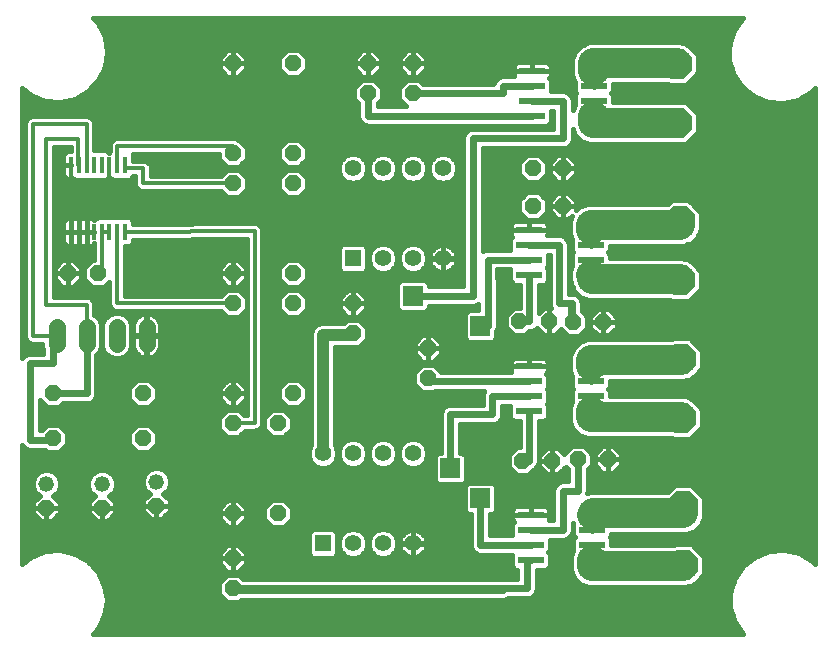
<source format=gtl>
G75*
G70*
%OFA0B0*%
%FSLAX24Y24*%
%IPPOS*%
%LPD*%
%AMOC8*
5,1,8,0,0,1.08239X$1,22.5*
%
%ADD10R,0.0866X0.0236*%
%ADD11OC8,0.0520*%
%ADD12OC8,0.1000*%
%ADD13R,0.0140X0.0580*%
%ADD14C,0.0520*%
%ADD15R,0.0550X0.0550*%
%ADD16C,0.0550*%
%ADD17C,0.0560*%
%ADD18C,0.0240*%
%ADD19C,0.1000*%
%ADD20C,0.0400*%
%ADD21C,0.0160*%
%ADD22C,0.0120*%
%ADD23R,0.0650X0.0650*%
D10*
X017426Y002950D03*
X017426Y003450D03*
X017426Y003950D03*
X017426Y004450D03*
X019474Y004450D03*
X019474Y003950D03*
X019474Y003450D03*
X019474Y002950D03*
X019424Y007900D03*
X019424Y008400D03*
X019424Y008900D03*
X019424Y009400D03*
X017376Y009400D03*
X017376Y008900D03*
X017376Y008400D03*
X017376Y007900D03*
X017376Y012450D03*
X017376Y012950D03*
X017376Y013450D03*
X017376Y013950D03*
X019424Y013950D03*
X019424Y013450D03*
X019424Y012950D03*
X019424Y012450D03*
X019524Y017750D03*
X019524Y018250D03*
X019524Y018750D03*
X019524Y019250D03*
X017476Y019250D03*
X017476Y018750D03*
X017476Y018250D03*
X017476Y017750D03*
D11*
X017500Y016000D03*
X018500Y016000D03*
X018500Y014750D03*
X017500Y014750D03*
X013500Y018500D03*
X013500Y019500D03*
X012000Y019500D03*
X012000Y018500D03*
X009500Y019500D03*
X007500Y019500D03*
X007500Y016500D03*
X007500Y015500D03*
X009500Y015500D03*
X009500Y016500D03*
X009500Y012500D03*
X009500Y011500D03*
X011500Y011500D03*
X011500Y010500D03*
X014000Y010000D03*
X014000Y009000D03*
X017050Y010900D03*
X018050Y010900D03*
X018850Y010875D03*
X019850Y010875D03*
X020000Y006300D03*
X019000Y006300D03*
X018150Y006250D03*
X017150Y006250D03*
X009500Y008500D03*
X009000Y007500D03*
X007500Y007500D03*
X007500Y008500D03*
X004500Y008500D03*
X004500Y007000D03*
X004950Y004760D03*
X003140Y004690D03*
X001280Y004690D03*
X001500Y007000D03*
X001500Y008500D03*
X002000Y012500D03*
X003000Y012500D03*
X007500Y012500D03*
X007500Y011500D03*
X007500Y004500D03*
X007500Y003000D03*
X007500Y002000D03*
X009000Y004500D03*
D12*
X022497Y004734D03*
X022497Y002766D03*
X022447Y007666D03*
X022447Y009634D03*
X022397Y012266D03*
X022397Y014234D03*
X022297Y017516D03*
X022297Y019484D03*
D13*
X003900Y016110D03*
X003640Y016110D03*
X003380Y016110D03*
X003130Y016110D03*
X002870Y016110D03*
X002620Y016110D03*
X002360Y016110D03*
X002100Y016110D03*
X002100Y013890D03*
X002360Y013890D03*
X002620Y013890D03*
X002870Y013890D03*
X003130Y013890D03*
X003380Y013890D03*
X003640Y013890D03*
X003900Y013890D03*
D14*
X004950Y005560D03*
X003140Y005490D03*
X001280Y005490D03*
D15*
X010500Y003500D03*
X011500Y013000D03*
D16*
X012500Y013000D03*
X013500Y013000D03*
X014500Y013000D03*
X014500Y016000D03*
X013500Y016000D03*
X012500Y016000D03*
X011500Y016000D03*
X011500Y006500D03*
X010500Y006500D03*
X012500Y006500D03*
X013500Y006500D03*
X013500Y003500D03*
X012500Y003500D03*
X011500Y003500D03*
D17*
X004625Y010155D02*
X004625Y010715D01*
X003625Y010715D02*
X003625Y010155D01*
X002625Y010155D02*
X002625Y010715D01*
X001625Y010715D02*
X001625Y010155D01*
D18*
X001625Y010425D02*
X001500Y010425D01*
X001500Y009500D01*
X000750Y009500D01*
X000750Y006950D01*
X001500Y006950D01*
X001500Y007000D01*
X001500Y008500D02*
X002625Y008500D01*
X002625Y010435D01*
X012000Y017750D02*
X012000Y018500D01*
X012000Y017750D02*
X017476Y017750D01*
X017476Y018250D02*
X018500Y018250D01*
X018500Y017000D01*
X015500Y017000D01*
X015500Y011750D01*
X013500Y011750D01*
X015750Y010750D02*
X016000Y010750D01*
X016000Y012250D01*
X015990Y012250D01*
X015990Y012960D01*
X017376Y012960D01*
X017376Y012950D01*
X017376Y012450D02*
X017376Y010900D01*
X017050Y010900D01*
X018375Y011500D02*
X018375Y011760D01*
X018380Y011760D01*
X018380Y013450D01*
X017376Y013450D01*
X019424Y013450D02*
X019424Y013950D01*
X019424Y012950D02*
X019424Y012450D01*
X018800Y011500D02*
X018775Y011500D01*
X018775Y010800D01*
X018800Y010900D02*
X018850Y010900D01*
X018850Y010875D01*
X018800Y010900D02*
X018800Y011500D01*
X018775Y011500D02*
X018375Y011500D01*
X019424Y009400D02*
X019424Y008900D01*
X019424Y008400D02*
X019424Y007900D01*
X019000Y006300D02*
X019000Y005250D01*
X018500Y005250D01*
X018500Y003950D01*
X017426Y003950D01*
X017426Y003450D02*
X015750Y003450D01*
X015750Y005000D01*
X014750Y006000D02*
X014750Y007650D01*
X014750Y007750D01*
X014750Y007800D01*
X016150Y007800D01*
X016150Y008400D01*
X017376Y008400D01*
X017376Y007900D02*
X017376Y006250D01*
X017150Y006250D01*
X019474Y004450D02*
X019474Y003950D01*
X019474Y003450D02*
X019474Y002950D01*
X017426Y002950D02*
X017300Y002950D01*
X017300Y002000D01*
X016500Y002000D01*
X016500Y001950D01*
X007500Y001950D01*
X007500Y002000D01*
X016500Y002000D01*
X017376Y008900D02*
X014000Y008900D01*
X014000Y009000D01*
X019524Y017750D02*
X019524Y018250D01*
X019524Y018750D02*
X019524Y019250D01*
X017476Y018750D02*
X016500Y018750D01*
X016500Y018500D01*
X013500Y018500D01*
D19*
X019500Y017750D02*
X019500Y017500D01*
X022297Y017500D01*
X022297Y017516D01*
X022297Y019484D02*
X022297Y019500D01*
X019500Y019500D01*
X019500Y019250D01*
X019524Y019250D01*
X019524Y017750D02*
X019500Y017750D01*
X022397Y014234D02*
X022397Y014125D01*
X019425Y014125D01*
X019425Y013950D01*
X019424Y013950D01*
X019424Y012450D02*
X019475Y012450D01*
X019475Y012300D01*
X022397Y012300D01*
X022397Y012266D01*
X022447Y009634D02*
X022447Y009625D01*
X019450Y009625D01*
X019450Y009400D01*
X019424Y009400D01*
X019425Y007900D02*
X019425Y007700D01*
X022447Y007700D01*
X022447Y007666D01*
X019425Y007900D02*
X019424Y007900D01*
X022497Y004734D02*
X022497Y004500D01*
X019500Y004500D01*
X019500Y004450D01*
X019474Y004450D01*
X019475Y002950D02*
X019475Y002750D01*
X022497Y002750D01*
X022497Y002766D01*
X019475Y002950D02*
X019474Y002950D01*
D20*
X010500Y006500D02*
X010500Y010450D01*
X011500Y010450D01*
X011500Y010500D01*
X018775Y010875D02*
X018850Y010875D01*
D21*
X002998Y000654D02*
X002837Y000480D01*
X024500Y000480D01*
X024226Y000881D01*
X024226Y000881D01*
X024079Y001360D01*
X024079Y001860D01*
X024226Y002339D01*
X024226Y002339D01*
X024508Y002753D01*
X024508Y002753D01*
X024508Y002753D01*
X024900Y003065D01*
X024900Y003065D01*
X025366Y003248D01*
X025366Y003248D01*
X025866Y003285D01*
X025866Y003285D01*
X026354Y003174D01*
X026354Y003174D01*
X026787Y002923D01*
X026787Y002923D01*
X026890Y002813D01*
X026890Y018689D01*
X026757Y018547D01*
X026757Y018547D01*
X026324Y018296D01*
X026324Y018296D01*
X025836Y018185D01*
X025836Y018185D01*
X025336Y018222D01*
X025336Y018222D01*
X024870Y018405D01*
X024870Y018405D01*
X024478Y018717D01*
X024478Y018717D01*
X024478Y018717D01*
X024196Y019131D01*
X024196Y019131D01*
X024049Y019610D01*
X024049Y020110D01*
X024196Y020589D01*
X024196Y020589D01*
X024478Y021003D01*
X024478Y021003D01*
X024495Y021016D01*
X002841Y021016D01*
X003008Y020836D01*
X003008Y020836D01*
X003225Y020385D01*
X003300Y019890D01*
X003300Y019890D01*
X003225Y019395D01*
X003008Y018944D01*
X002667Y018577D01*
X002667Y018577D01*
X002667Y018577D01*
X002234Y018326D01*
X002234Y018326D01*
X001746Y018215D01*
X001746Y018215D01*
X001246Y018252D01*
X001246Y018252D01*
X000780Y018435D01*
X000780Y018435D01*
X000480Y018674D01*
X000480Y009683D01*
X000569Y009771D01*
X000686Y009820D01*
X001180Y009820D01*
X001180Y009975D01*
X001145Y010060D01*
X001145Y010165D01*
X000773Y010165D01*
X000678Y010205D01*
X000605Y010278D01*
X000565Y010373D01*
X000565Y017527D01*
X000605Y017622D01*
X000678Y017695D01*
X000773Y017735D01*
X002677Y017735D01*
X002772Y017695D01*
X002845Y017622D01*
X002885Y017527D01*
X002885Y016600D01*
X003283Y016600D01*
X003303Y016580D01*
X003380Y016580D01*
X003380Y016503D01*
X003380Y016580D01*
X003390Y016580D01*
X003390Y016802D01*
X003430Y016897D01*
X003503Y016970D01*
X003598Y017010D01*
X007552Y017010D01*
X007647Y016970D01*
X007658Y016960D01*
X007691Y016960D01*
X007960Y016691D01*
X007960Y016309D01*
X007691Y016040D01*
X007309Y016040D01*
X007040Y016309D01*
X007040Y016490D01*
X004163Y016490D01*
X004170Y016483D01*
X004170Y016260D01*
X004552Y016260D01*
X004647Y016220D01*
X004720Y016147D01*
X004760Y016052D01*
X004760Y015760D01*
X007109Y015760D01*
X007309Y015960D01*
X007691Y015960D01*
X007960Y015691D01*
X007960Y015309D01*
X007691Y015040D01*
X007309Y015040D01*
X007109Y015240D01*
X004448Y015240D01*
X004353Y015280D01*
X004280Y015353D01*
X004240Y015448D01*
X004240Y015740D01*
X004170Y015740D01*
X004170Y015737D01*
X004053Y015620D01*
X003487Y015620D01*
X003467Y015640D01*
X003380Y015640D01*
X003380Y015717D01*
X003380Y015717D01*
X003380Y015640D01*
X003303Y015640D01*
X003283Y015620D01*
X002207Y015620D01*
X002187Y015640D01*
X002100Y015640D01*
X002100Y015727D01*
X002100Y015727D01*
X002100Y015640D01*
X002006Y015640D01*
X001961Y015652D01*
X001919Y015676D01*
X001886Y015709D01*
X001862Y015751D01*
X001850Y015796D01*
X001850Y016110D01*
X002090Y016110D01*
X002090Y016110D01*
X001850Y016110D01*
X001850Y016424D01*
X001862Y016469D01*
X001886Y016511D01*
X001919Y016544D01*
X001961Y016568D01*
X002006Y016580D01*
X002090Y016580D01*
X002090Y016715D01*
X001535Y016715D01*
X001535Y011710D01*
X002677Y011710D01*
X002772Y011670D01*
X002845Y011597D01*
X002885Y011502D01*
X002885Y011127D01*
X002897Y011122D01*
X003032Y010987D01*
X003105Y010810D01*
X003105Y010060D01*
X003032Y009883D01*
X002945Y009796D01*
X002945Y008436D01*
X002896Y008319D01*
X002806Y008229D01*
X002689Y008180D01*
X001831Y008180D01*
X001691Y008040D01*
X001309Y008040D01*
X001070Y008279D01*
X001070Y007270D01*
X001119Y007270D01*
X001309Y007460D01*
X001691Y007460D01*
X001960Y007191D01*
X001960Y006809D01*
X001691Y006540D01*
X001309Y006540D01*
X001219Y006630D01*
X000686Y006630D01*
X000569Y006679D01*
X000480Y006767D01*
X000480Y002824D01*
X000770Y003055D01*
X000770Y003055D01*
X001236Y003238D01*
X001236Y003238D01*
X001736Y003275D01*
X001736Y003275D01*
X002224Y003164D01*
X002224Y003164D01*
X002657Y002913D01*
X002657Y002913D01*
X002998Y002546D01*
X002998Y002546D01*
X003215Y002095D01*
X003215Y002095D01*
X003290Y001600D01*
X003215Y001105D01*
X003215Y001105D01*
X002998Y000654D01*
X002998Y000654D01*
X002980Y000634D02*
X024395Y000634D01*
X024287Y000793D02*
X003065Y000793D01*
X003141Y000951D02*
X024205Y000951D01*
X024156Y001110D02*
X003216Y001110D01*
X003240Y001268D02*
X024107Y001268D01*
X024079Y001427D02*
X003264Y001427D01*
X003288Y001585D02*
X007264Y001585D01*
X007309Y001540D02*
X007040Y001809D01*
X007040Y002191D01*
X007309Y002460D01*
X007691Y002460D01*
X007831Y002320D01*
X016980Y002320D01*
X016980Y002632D01*
X016910Y002632D01*
X016793Y002749D01*
X016793Y003130D01*
X015686Y003130D01*
X015569Y003179D01*
X015479Y003269D01*
X015430Y003386D01*
X015430Y004475D01*
X015342Y004475D01*
X015225Y004592D01*
X015225Y005408D01*
X015342Y005525D01*
X016158Y005525D01*
X016275Y005408D01*
X016275Y004592D01*
X016158Y004475D01*
X016070Y004475D01*
X016070Y003770D01*
X016793Y003770D01*
X016793Y004151D01*
X016856Y004214D01*
X016849Y004221D01*
X016826Y004262D01*
X016813Y004308D01*
X016813Y004450D01*
X017426Y004450D01*
X016813Y004450D01*
X016813Y004592D01*
X016826Y004638D01*
X016849Y004679D01*
X016883Y004712D01*
X016924Y004736D01*
X016970Y004748D01*
X017426Y004748D01*
X017426Y004450D01*
X017426Y004450D01*
X017426Y004450D01*
X017426Y004748D01*
X017883Y004748D01*
X017929Y004736D01*
X017970Y004712D01*
X018003Y004679D01*
X018027Y004638D01*
X018039Y004592D01*
X018039Y004450D01*
X017426Y004450D01*
X017426Y004450D01*
X018039Y004450D01*
X018039Y004308D01*
X018029Y004270D01*
X018180Y004270D01*
X018180Y005314D01*
X018229Y005431D01*
X018319Y005521D01*
X018436Y005570D01*
X018680Y005570D01*
X018680Y005969D01*
X018586Y006064D01*
X018332Y005810D01*
X018150Y005810D01*
X018150Y006250D01*
X018150Y006250D01*
X018150Y006690D01*
X018332Y006690D01*
X018540Y006482D01*
X018540Y006491D01*
X018809Y006760D01*
X019191Y006760D01*
X019460Y006491D01*
X019460Y006109D01*
X019320Y005969D01*
X019320Y005186D01*
X019318Y005182D01*
X019361Y005200D01*
X021973Y005200D01*
X022100Y005328D01*
X022100Y005328D01*
X022207Y005434D01*
X022787Y005434D01*
X022893Y005328D01*
X022893Y005328D01*
X023090Y005131D01*
X023090Y005131D01*
X023197Y005024D01*
X023197Y004361D01*
X023090Y004103D01*
X022893Y003907D01*
X022636Y003800D01*
X020107Y003800D01*
X020107Y003749D01*
X020058Y003700D01*
X020107Y003651D01*
X020107Y003450D01*
X022191Y003450D01*
X022207Y003466D01*
X022787Y003466D01*
X022893Y003359D01*
X022893Y003359D01*
X023090Y003162D01*
X023090Y003162D01*
X023197Y003056D01*
X023197Y002476D01*
X023101Y002380D01*
X023090Y002353D01*
X022893Y002157D01*
X022866Y002145D01*
X022787Y002066D01*
X022674Y002066D01*
X022636Y002050D01*
X019336Y002050D01*
X019078Y002157D01*
X018882Y002353D01*
X018775Y002611D01*
X018775Y002807D01*
X018774Y002811D01*
X018774Y003089D01*
X018841Y003251D01*
X018841Y003651D01*
X018890Y003700D01*
X018841Y003749D01*
X018841Y004149D01*
X018820Y004199D01*
X018820Y003886D01*
X018771Y003769D01*
X018681Y003679D01*
X018564Y003630D01*
X018059Y003630D01*
X018059Y003249D01*
X018010Y003200D01*
X018059Y003151D01*
X018059Y002749D01*
X017942Y002632D01*
X017620Y002632D01*
X017620Y001936D01*
X017571Y001819D01*
X017481Y001729D01*
X017364Y001680D01*
X016683Y001680D01*
X016681Y001679D01*
X016564Y001630D01*
X007781Y001630D01*
X007691Y001540D01*
X007309Y001540D01*
X007106Y001744D02*
X003268Y001744D01*
X003244Y001902D02*
X007040Y001902D01*
X007040Y002061D02*
X003221Y002061D01*
X003156Y002219D02*
X007068Y002219D01*
X007227Y002378D02*
X003079Y002378D01*
X003003Y002536D02*
X016980Y002536D01*
X016980Y002378D02*
X007773Y002378D01*
X007682Y002560D02*
X007500Y002560D01*
X007500Y003000D01*
X007500Y003000D01*
X007500Y003440D01*
X007682Y003440D01*
X007940Y003182D01*
X007940Y003000D01*
X007500Y003000D01*
X007500Y003000D01*
X007500Y003000D01*
X007060Y003000D01*
X007060Y003182D01*
X007318Y003440D01*
X007500Y003440D01*
X007500Y003000D01*
X007940Y003000D01*
X007940Y002818D01*
X007682Y002560D01*
X007500Y002560D02*
X007500Y003000D01*
X007500Y003000D01*
X007060Y003000D01*
X007060Y002818D01*
X007318Y002560D01*
X007500Y002560D01*
X007500Y002695D02*
X007500Y002695D01*
X007500Y002853D02*
X007500Y002853D01*
X007500Y003012D02*
X007500Y003012D01*
X007500Y003170D02*
X007500Y003170D01*
X007500Y003329D02*
X007500Y003329D01*
X007794Y003329D02*
X010025Y003329D01*
X010025Y003487D02*
X000480Y003487D01*
X000480Y003329D02*
X007206Y003329D01*
X007060Y003170D02*
X002197Y003170D01*
X002488Y003012D02*
X007060Y003012D01*
X007060Y002853D02*
X002714Y002853D01*
X002861Y002695D02*
X007183Y002695D01*
X007817Y002695D02*
X016848Y002695D01*
X016793Y002853D02*
X007940Y002853D01*
X007940Y003012D02*
X016793Y003012D01*
X016793Y003804D02*
X016070Y003804D01*
X016070Y003963D02*
X016793Y003963D01*
X016793Y004121D02*
X016070Y004121D01*
X016070Y004280D02*
X016821Y004280D01*
X016813Y004438D02*
X016070Y004438D01*
X016275Y004597D02*
X016815Y004597D01*
X016275Y004755D02*
X018180Y004755D01*
X018180Y004597D02*
X018038Y004597D01*
X018039Y004438D02*
X018180Y004438D01*
X018180Y004280D02*
X018032Y004280D01*
X017426Y004597D02*
X017426Y004597D01*
X018180Y004914D02*
X016275Y004914D01*
X016275Y005072D02*
X018180Y005072D01*
X018180Y005231D02*
X016275Y005231D01*
X016275Y005389D02*
X018211Y005389D01*
X018382Y005548D02*
X015230Y005548D01*
X015275Y005592D02*
X015275Y006408D01*
X015158Y006525D01*
X015070Y006525D01*
X015070Y007480D01*
X016214Y007480D01*
X016331Y007529D01*
X016421Y007619D01*
X016470Y007736D01*
X016470Y008080D01*
X016743Y008080D01*
X016743Y007699D01*
X016860Y007582D01*
X017056Y007582D01*
X017056Y006710D01*
X016959Y006710D01*
X016690Y006441D01*
X016690Y006059D01*
X016959Y005790D01*
X017341Y005790D01*
X017509Y005959D01*
X017558Y005979D01*
X017648Y006069D01*
X017696Y006186D01*
X017696Y007582D01*
X017892Y007582D01*
X018009Y007699D01*
X018009Y008101D01*
X017960Y008150D01*
X018009Y008199D01*
X018009Y008601D01*
X017960Y008650D01*
X018009Y008699D01*
X018009Y009101D01*
X017946Y009164D01*
X017953Y009171D01*
X017977Y009212D01*
X017989Y009258D01*
X017989Y009400D01*
X017989Y009542D01*
X017977Y009588D01*
X017953Y009629D01*
X017920Y009662D01*
X017879Y009686D01*
X017833Y009698D01*
X017376Y009698D01*
X016920Y009698D01*
X016874Y009686D01*
X016833Y009662D01*
X016799Y009629D01*
X016776Y009588D01*
X016763Y009542D01*
X016763Y009400D01*
X017376Y009400D01*
X016763Y009400D01*
X016763Y009258D01*
X016774Y009220D01*
X014431Y009220D01*
X014191Y009460D01*
X013809Y009460D01*
X013540Y009191D01*
X013540Y008809D01*
X013809Y008540D01*
X014191Y008540D01*
X014231Y008580D01*
X015878Y008580D01*
X015830Y008464D01*
X015830Y008120D01*
X014686Y008120D01*
X014569Y008071D01*
X014479Y007981D01*
X014430Y007864D01*
X014430Y006525D01*
X014342Y006525D01*
X014225Y006408D01*
X014225Y005592D01*
X014342Y005475D01*
X015158Y005475D01*
X015275Y005592D01*
X015275Y005706D02*
X018680Y005706D01*
X018680Y005865D02*
X018387Y005865D01*
X018545Y006023D02*
X018626Y006023D01*
X018150Y006023D02*
X018150Y006023D01*
X018150Y005865D02*
X018150Y005865D01*
X018150Y005810D02*
X018150Y006250D01*
X018150Y006250D01*
X018150Y006250D01*
X017710Y006250D01*
X017710Y006432D01*
X017968Y006690D01*
X018150Y006690D01*
X018150Y006250D01*
X017710Y006250D01*
X017710Y006068D01*
X017968Y005810D01*
X018150Y005810D01*
X017913Y005865D02*
X017415Y005865D01*
X017602Y006023D02*
X017755Y006023D01*
X017710Y006182D02*
X017694Y006182D01*
X017696Y006340D02*
X017710Y006340D01*
X017696Y006499D02*
X017776Y006499D01*
X017696Y006657D02*
X017935Y006657D01*
X018150Y006657D02*
X018150Y006657D01*
X018150Y006499D02*
X018150Y006499D01*
X018150Y006340D02*
X018150Y006340D01*
X018150Y006182D02*
X018150Y006182D01*
X018365Y006657D02*
X018706Y006657D01*
X018548Y006499D02*
X018524Y006499D01*
X019294Y006657D02*
X019735Y006657D01*
X019818Y006740D02*
X019560Y006482D01*
X019560Y006300D01*
X020000Y006300D01*
X020440Y006300D01*
X020440Y006482D01*
X020182Y006740D01*
X020000Y006740D01*
X020000Y006300D01*
X020000Y006300D01*
X020000Y006300D01*
X020440Y006300D01*
X020440Y006118D01*
X020182Y005860D01*
X020000Y005860D01*
X020000Y006300D01*
X020000Y006300D01*
X020000Y006300D01*
X020000Y006740D01*
X019818Y006740D01*
X020000Y006657D02*
X020000Y006657D01*
X020000Y006499D02*
X020000Y006499D01*
X020000Y006340D02*
X020000Y006340D01*
X020000Y006300D02*
X019560Y006300D01*
X019560Y006118D01*
X019818Y005860D01*
X020000Y005860D01*
X020000Y006300D01*
X020000Y006182D02*
X020000Y006182D01*
X020000Y006023D02*
X020000Y006023D01*
X020000Y005865D02*
X020000Y005865D01*
X020187Y005865D02*
X026890Y005865D01*
X026890Y006023D02*
X020345Y006023D01*
X020440Y006182D02*
X026890Y006182D01*
X026890Y006340D02*
X020440Y006340D01*
X020424Y006499D02*
X026890Y006499D01*
X026890Y006657D02*
X020265Y006657D01*
X019576Y006499D02*
X019452Y006499D01*
X019460Y006340D02*
X019560Y006340D01*
X019560Y006182D02*
X019460Y006182D01*
X019374Y006023D02*
X019655Y006023D01*
X019813Y005865D02*
X019320Y005865D01*
X019320Y005706D02*
X026890Y005706D01*
X026890Y005548D02*
X019320Y005548D01*
X019320Y005389D02*
X022162Y005389D01*
X022003Y005231D02*
X019320Y005231D01*
X018841Y004121D02*
X018820Y004121D01*
X018820Y003963D02*
X018841Y003963D01*
X018841Y003804D02*
X018786Y003804D01*
X018841Y003646D02*
X018601Y003646D01*
X018841Y003487D02*
X018059Y003487D01*
X018059Y003329D02*
X018841Y003329D01*
X018807Y003170D02*
X018040Y003170D01*
X018059Y003012D02*
X018774Y003012D01*
X018774Y002853D02*
X018059Y002853D01*
X018005Y002695D02*
X018775Y002695D01*
X018806Y002536D02*
X017620Y002536D01*
X017620Y002378D02*
X018872Y002378D01*
X019016Y002219D02*
X017620Y002219D01*
X017620Y002061D02*
X019310Y002061D01*
X020107Y003487D02*
X026890Y003487D01*
X026890Y003329D02*
X022924Y003329D01*
X023083Y003170D02*
X025168Y003170D01*
X024833Y003012D02*
X023197Y003012D01*
X023197Y002853D02*
X024634Y002853D01*
X024469Y002695D02*
X023197Y002695D01*
X023197Y002536D02*
X024361Y002536D01*
X024253Y002378D02*
X023100Y002378D01*
X022956Y002219D02*
X024189Y002219D01*
X024140Y002061D02*
X022661Y002061D01*
X024092Y001902D02*
X017606Y001902D01*
X017496Y001744D02*
X024079Y001744D01*
X024079Y001585D02*
X007736Y001585D01*
X007940Y003170D02*
X010025Y003170D01*
X010025Y003142D02*
X010142Y003025D01*
X010858Y003025D01*
X010975Y003142D01*
X010975Y003858D01*
X010858Y003975D01*
X010142Y003975D01*
X010025Y003858D01*
X010025Y003142D01*
X010025Y003646D02*
X000480Y003646D01*
X000480Y003804D02*
X010025Y003804D01*
X010130Y003963D02*
X000480Y003963D01*
X000480Y004121D02*
X007257Y004121D01*
X007318Y004060D02*
X007060Y004318D01*
X007060Y004500D01*
X007500Y004500D01*
X007500Y004500D01*
X007500Y004940D01*
X007682Y004940D01*
X007940Y004682D01*
X007940Y004500D01*
X007500Y004500D01*
X007500Y004500D01*
X007500Y004500D01*
X007500Y004940D01*
X007318Y004940D01*
X007060Y004682D01*
X007060Y004500D01*
X007500Y004500D01*
X007940Y004500D01*
X007940Y004318D01*
X007682Y004060D01*
X007500Y004060D01*
X007500Y004500D01*
X007500Y004500D01*
X007500Y004060D01*
X007318Y004060D01*
X007500Y004121D02*
X007500Y004121D01*
X007500Y004280D02*
X007500Y004280D01*
X007500Y004438D02*
X007500Y004438D01*
X007500Y004597D02*
X007500Y004597D01*
X007500Y004755D02*
X007500Y004755D01*
X007500Y004914D02*
X007500Y004914D01*
X007709Y004914D02*
X008763Y004914D01*
X008809Y004960D02*
X008540Y004691D01*
X008540Y004309D01*
X008809Y004040D01*
X009191Y004040D01*
X009460Y004309D01*
X009460Y004691D01*
X009191Y004960D01*
X008809Y004960D01*
X008604Y004755D02*
X007867Y004755D01*
X007940Y004597D02*
X008540Y004597D01*
X008540Y004438D02*
X007940Y004438D01*
X007902Y004280D02*
X008570Y004280D01*
X008728Y004121D02*
X007743Y004121D01*
X007098Y004280D02*
X003352Y004280D01*
X003322Y004250D02*
X003580Y004508D01*
X003580Y004690D01*
X003580Y004872D01*
X003366Y005086D01*
X003401Y005100D01*
X003530Y005229D01*
X003600Y005398D01*
X003600Y005581D01*
X003530Y005751D01*
X003401Y005880D01*
X003231Y005950D01*
X003048Y005950D01*
X002879Y005880D01*
X002750Y005751D01*
X002680Y005581D01*
X002680Y005398D01*
X002750Y005229D01*
X002879Y005100D01*
X002914Y005086D01*
X002700Y004872D01*
X002700Y004690D01*
X003140Y004690D01*
X003580Y004690D01*
X003140Y004690D01*
X003140Y004690D01*
X003140Y004690D01*
X003140Y004250D01*
X003322Y004250D01*
X003140Y004250D02*
X003140Y004690D01*
X003140Y004690D01*
X002700Y004690D01*
X002700Y004508D01*
X002958Y004250D01*
X003140Y004250D01*
X003140Y004280D02*
X003140Y004280D01*
X003140Y004438D02*
X003140Y004438D01*
X003140Y004597D02*
X003140Y004597D01*
X003510Y004438D02*
X004650Y004438D01*
X004768Y004320D02*
X004510Y004578D01*
X004510Y004760D01*
X004950Y004760D01*
X005390Y004760D01*
X005390Y004942D01*
X005176Y005156D01*
X005211Y005170D01*
X005340Y005299D01*
X005410Y005468D01*
X005410Y005651D01*
X005340Y005821D01*
X005211Y005950D01*
X005041Y006020D01*
X004858Y006020D01*
X004689Y005950D01*
X004560Y005821D01*
X004490Y005651D01*
X004490Y005468D01*
X004560Y005299D01*
X004689Y005170D01*
X004724Y005156D01*
X004510Y004942D01*
X004510Y004760D01*
X004950Y004760D01*
X004950Y004760D01*
X004950Y004760D01*
X005390Y004760D01*
X005390Y004578D01*
X005132Y004320D01*
X004950Y004320D01*
X004950Y004760D01*
X004950Y004760D01*
X004950Y004320D01*
X004768Y004320D01*
X004950Y004438D02*
X004950Y004438D01*
X004950Y004597D02*
X004950Y004597D01*
X004950Y004755D02*
X004950Y004755D01*
X005250Y004438D02*
X007060Y004438D01*
X007060Y004597D02*
X005390Y004597D01*
X005390Y004755D02*
X007133Y004755D01*
X007291Y004914D02*
X005390Y004914D01*
X005260Y005072D02*
X015225Y005072D01*
X015225Y004914D02*
X009237Y004914D01*
X009396Y004755D02*
X015225Y004755D01*
X015225Y004597D02*
X009460Y004597D01*
X009460Y004438D02*
X015430Y004438D01*
X015430Y004280D02*
X009430Y004280D01*
X009272Y004121D02*
X015430Y004121D01*
X015430Y003963D02*
X012625Y003963D01*
X012594Y003975D02*
X012406Y003975D01*
X012231Y003903D01*
X012097Y003769D01*
X012025Y003594D01*
X012025Y003406D01*
X012097Y003231D01*
X012231Y003097D01*
X012406Y003025D01*
X012594Y003025D01*
X012769Y003097D01*
X012903Y003231D01*
X012975Y003406D01*
X012975Y003594D01*
X012903Y003769D01*
X012769Y003903D01*
X012594Y003975D01*
X012375Y003963D02*
X011625Y003963D01*
X011594Y003975D02*
X011406Y003975D01*
X011231Y003903D01*
X011097Y003769D01*
X011025Y003594D01*
X011025Y003406D01*
X011097Y003231D01*
X011231Y003097D01*
X011406Y003025D01*
X011594Y003025D01*
X011769Y003097D01*
X011903Y003231D01*
X011975Y003406D01*
X011975Y003594D01*
X011903Y003769D01*
X011769Y003903D01*
X011594Y003975D01*
X011375Y003963D02*
X010870Y003963D01*
X010975Y003804D02*
X011132Y003804D01*
X011046Y003646D02*
X010975Y003646D01*
X010975Y003487D02*
X011025Y003487D01*
X011057Y003329D02*
X010975Y003329D01*
X010975Y003170D02*
X011158Y003170D01*
X011842Y003170D02*
X012158Y003170D01*
X012057Y003329D02*
X011943Y003329D01*
X011975Y003487D02*
X012025Y003487D01*
X012046Y003646D02*
X011954Y003646D01*
X011868Y003804D02*
X012132Y003804D01*
X012868Y003804D02*
X013161Y003804D01*
X013153Y003796D02*
X013111Y003738D01*
X013078Y003675D01*
X013056Y003607D01*
X013045Y003536D01*
X013045Y003508D01*
X013492Y003508D01*
X013492Y003955D01*
X013464Y003955D01*
X013393Y003944D01*
X013325Y003922D01*
X013262Y003889D01*
X013204Y003847D01*
X013153Y003796D01*
X013069Y003646D02*
X012954Y003646D01*
X012975Y003487D02*
X013045Y003487D01*
X013045Y003492D02*
X013045Y003464D01*
X013056Y003393D01*
X013078Y003325D01*
X013111Y003262D01*
X013153Y003204D01*
X013204Y003153D01*
X013262Y003111D01*
X013325Y003078D01*
X013393Y003056D01*
X013464Y003045D01*
X013492Y003045D01*
X013492Y003492D01*
X013045Y003492D01*
X013077Y003329D02*
X012943Y003329D01*
X012842Y003170D02*
X013187Y003170D01*
X013492Y003170D02*
X013508Y003170D01*
X013508Y003045D02*
X013536Y003045D01*
X013607Y003056D01*
X013675Y003078D01*
X013738Y003111D01*
X013796Y003153D01*
X013847Y003204D01*
X013889Y003262D01*
X013922Y003325D01*
X013944Y003393D01*
X013955Y003464D01*
X013955Y003492D01*
X013508Y003492D01*
X013508Y003508D01*
X013492Y003508D01*
X013492Y003492D01*
X013508Y003492D01*
X013508Y003045D01*
X013492Y003329D02*
X013508Y003329D01*
X013492Y003487D02*
X013508Y003487D01*
X013508Y003508D02*
X013955Y003508D01*
X013955Y003536D01*
X013944Y003607D01*
X013922Y003675D01*
X013889Y003738D01*
X013847Y003796D01*
X013796Y003847D01*
X013738Y003889D01*
X013675Y003922D01*
X013607Y003944D01*
X013536Y003955D01*
X013508Y003955D01*
X013508Y003508D01*
X013492Y003646D02*
X013508Y003646D01*
X013492Y003804D02*
X013508Y003804D01*
X013839Y003804D02*
X015430Y003804D01*
X015430Y003646D02*
X013931Y003646D01*
X013955Y003487D02*
X015430Y003487D01*
X015454Y003329D02*
X013923Y003329D01*
X013813Y003170D02*
X015590Y003170D01*
X015225Y005231D02*
X005271Y005231D01*
X005377Y005389D02*
X015225Y005389D01*
X015275Y005865D02*
X016885Y005865D01*
X016726Y006023D02*
X015275Y006023D01*
X015275Y006182D02*
X016690Y006182D01*
X016690Y006340D02*
X015275Y006340D01*
X015184Y006499D02*
X016748Y006499D01*
X016906Y006657D02*
X015070Y006657D01*
X015070Y006816D02*
X017056Y006816D01*
X017056Y006974D02*
X015070Y006974D01*
X015070Y007133D02*
X017056Y007133D01*
X017056Y007291D02*
X015070Y007291D01*
X015070Y007450D02*
X017056Y007450D01*
X016834Y007608D02*
X016411Y007608D01*
X016470Y007767D02*
X016743Y007767D01*
X016743Y007925D02*
X016470Y007925D01*
X015830Y008242D02*
X010900Y008242D01*
X010900Y008084D02*
X014598Y008084D01*
X014455Y007925D02*
X010900Y007925D01*
X010900Y007767D02*
X014430Y007767D01*
X014430Y007608D02*
X010900Y007608D01*
X010900Y007450D02*
X014430Y007450D01*
X014430Y007291D02*
X010900Y007291D01*
X010900Y007133D02*
X014430Y007133D01*
X014430Y006974D02*
X013597Y006974D01*
X013594Y006975D02*
X013406Y006975D01*
X013231Y006903D01*
X013097Y006769D01*
X013025Y006594D01*
X013025Y006406D01*
X013097Y006231D01*
X013231Y006097D01*
X013406Y006025D01*
X013594Y006025D01*
X013769Y006097D01*
X013903Y006231D01*
X013975Y006406D01*
X013975Y006594D01*
X013903Y006769D01*
X013769Y006903D01*
X013594Y006975D01*
X013403Y006974D02*
X012597Y006974D01*
X012594Y006975D02*
X012406Y006975D01*
X012231Y006903D01*
X012097Y006769D01*
X012025Y006594D01*
X012025Y006406D01*
X012097Y006231D01*
X012231Y006097D01*
X012406Y006025D01*
X012594Y006025D01*
X012769Y006097D01*
X012903Y006231D01*
X012975Y006406D01*
X012975Y006594D01*
X012903Y006769D01*
X012769Y006903D01*
X012594Y006975D01*
X012403Y006974D02*
X011597Y006974D01*
X011594Y006975D02*
X011406Y006975D01*
X011231Y006903D01*
X011097Y006769D01*
X011025Y006594D01*
X011025Y006406D01*
X011097Y006231D01*
X011231Y006097D01*
X011406Y006025D01*
X011594Y006025D01*
X011769Y006097D01*
X011903Y006231D01*
X011975Y006406D01*
X011975Y006594D01*
X011903Y006769D01*
X011769Y006903D01*
X011594Y006975D01*
X011403Y006974D02*
X010900Y006974D01*
X010900Y006816D02*
X011144Y006816D01*
X011051Y006657D02*
X010949Y006657D01*
X010975Y006594D02*
X010903Y006769D01*
X010900Y006772D01*
X010900Y010050D01*
X011299Y010050D01*
X011309Y010040D01*
X011691Y010040D01*
X011960Y010309D01*
X011960Y010691D01*
X011691Y010960D01*
X011309Y010960D01*
X011199Y010850D01*
X010420Y010850D01*
X010273Y010789D01*
X010161Y010677D01*
X010100Y010530D01*
X010100Y006772D01*
X010097Y006769D01*
X010025Y006594D01*
X010025Y006406D01*
X010097Y006231D01*
X010231Y006097D01*
X010406Y006025D01*
X010594Y006025D01*
X010769Y006097D01*
X010903Y006231D01*
X010975Y006406D01*
X010975Y006594D01*
X010975Y006499D02*
X011025Y006499D01*
X011052Y006340D02*
X010948Y006340D01*
X010853Y006182D02*
X011147Y006182D01*
X011853Y006182D02*
X012147Y006182D01*
X012052Y006340D02*
X011948Y006340D01*
X011975Y006499D02*
X012025Y006499D01*
X012051Y006657D02*
X011949Y006657D01*
X011856Y006816D02*
X012144Y006816D01*
X012856Y006816D02*
X013144Y006816D01*
X013051Y006657D02*
X012949Y006657D01*
X012975Y006499D02*
X013025Y006499D01*
X013052Y006340D02*
X012948Y006340D01*
X012853Y006182D02*
X013147Y006182D01*
X013853Y006182D02*
X014225Y006182D01*
X014225Y006340D02*
X013948Y006340D01*
X013975Y006499D02*
X014316Y006499D01*
X014430Y006657D02*
X013949Y006657D01*
X013856Y006816D02*
X014430Y006816D01*
X014225Y006023D02*
X000480Y006023D01*
X000480Y005865D02*
X001004Y005865D01*
X001019Y005880D02*
X000890Y005751D01*
X000820Y005581D01*
X000820Y005398D01*
X000890Y005229D01*
X001019Y005100D01*
X001054Y005086D01*
X000840Y004872D01*
X000840Y004690D01*
X001280Y004690D01*
X001720Y004690D01*
X001720Y004872D01*
X001506Y005086D01*
X001541Y005100D01*
X001670Y005229D01*
X001740Y005398D01*
X001740Y005581D01*
X001670Y005751D01*
X001541Y005880D01*
X001371Y005950D01*
X001188Y005950D01*
X001019Y005880D01*
X000872Y005706D02*
X000480Y005706D01*
X000480Y005548D02*
X000820Y005548D01*
X000824Y005389D02*
X000480Y005389D01*
X000480Y005231D02*
X000890Y005231D01*
X001040Y005072D02*
X000480Y005072D01*
X000480Y004914D02*
X000881Y004914D01*
X000840Y004755D02*
X000480Y004755D01*
X000480Y004597D02*
X000840Y004597D01*
X000840Y004508D02*
X000840Y004690D01*
X001280Y004690D01*
X001280Y004690D01*
X001280Y004690D01*
X001720Y004690D01*
X001720Y004508D01*
X001462Y004250D01*
X001280Y004250D01*
X001280Y004690D01*
X001280Y004690D01*
X001280Y004250D01*
X001098Y004250D01*
X000840Y004508D01*
X000910Y004438D02*
X000480Y004438D01*
X000480Y004280D02*
X001068Y004280D01*
X001280Y004280D02*
X001280Y004280D01*
X001280Y004438D02*
X001280Y004438D01*
X001280Y004597D02*
X001280Y004597D01*
X001650Y004438D02*
X002770Y004438D01*
X002700Y004597D02*
X001720Y004597D01*
X001720Y004755D02*
X002700Y004755D01*
X002741Y004914D02*
X001679Y004914D01*
X001520Y005072D02*
X002900Y005072D01*
X002750Y005231D02*
X001670Y005231D01*
X001736Y005389D02*
X002684Y005389D01*
X002680Y005548D02*
X001740Y005548D01*
X001688Y005706D02*
X002732Y005706D01*
X002864Y005865D02*
X001556Y005865D01*
X001808Y006657D02*
X004192Y006657D01*
X004309Y006540D02*
X004691Y006540D01*
X004960Y006809D01*
X004960Y007191D01*
X004691Y007460D01*
X004309Y007460D01*
X004040Y007191D01*
X004040Y006809D01*
X004309Y006540D01*
X004040Y006816D02*
X001960Y006816D01*
X001960Y006974D02*
X004040Y006974D01*
X004040Y007133D02*
X001960Y007133D01*
X001860Y007291D02*
X004140Y007291D01*
X004299Y007450D02*
X001701Y007450D01*
X001299Y007450D02*
X001070Y007450D01*
X001070Y007608D02*
X007040Y007608D01*
X007040Y007691D02*
X007040Y007309D01*
X007309Y007040D01*
X007691Y007040D01*
X007904Y007254D01*
X008229Y007265D01*
X008277Y007265D01*
X008281Y007267D01*
X008286Y007267D01*
X008329Y007287D01*
X008372Y007305D01*
X008376Y007308D01*
X008380Y007310D01*
X008412Y007344D01*
X008445Y007378D01*
X008447Y007382D01*
X008450Y007385D01*
X008467Y007430D01*
X008485Y007473D01*
X008485Y007478D01*
X008487Y007482D01*
X008485Y007529D01*
X008485Y013864D01*
X008485Y013865D01*
X008485Y013916D01*
X008485Y013967D01*
X008485Y013967D01*
X008485Y013968D01*
X008465Y014015D01*
X008445Y014062D01*
X008445Y014063D01*
X008445Y014064D01*
X008408Y014099D01*
X008372Y014135D01*
X008372Y014136D01*
X008371Y014136D01*
X008324Y014155D01*
X008277Y014175D01*
X008276Y014175D01*
X008275Y014175D01*
X008224Y014175D01*
X008173Y014175D01*
X008173Y014175D01*
X004170Y014152D01*
X004170Y014263D01*
X004053Y014380D01*
X002977Y014380D01*
X002957Y014360D01*
X002870Y014360D01*
X002870Y014273D01*
X002870Y014273D01*
X002870Y014360D01*
X002776Y014360D01*
X002745Y014352D01*
X002714Y014360D01*
X002620Y014360D01*
X002620Y014204D01*
X002620Y014204D01*
X002620Y013890D01*
X002620Y013890D01*
X002860Y013890D01*
X002860Y013890D01*
X002620Y013890D01*
X002620Y013890D01*
X002620Y013576D01*
X002620Y013420D01*
X002714Y013420D01*
X002745Y013428D01*
X002776Y013420D01*
X002870Y013420D01*
X002870Y013507D01*
X002870Y012960D01*
X002809Y012960D01*
X002540Y012691D01*
X002540Y012309D01*
X002809Y012040D01*
X003191Y012040D01*
X003380Y012229D01*
X003380Y011448D01*
X003420Y011353D01*
X003493Y011280D01*
X003588Y011240D01*
X007109Y011240D01*
X007309Y011040D01*
X007691Y011040D01*
X007960Y011309D01*
X007960Y011691D01*
X007691Y011960D01*
X007309Y011960D01*
X007109Y011760D01*
X003900Y011760D01*
X003900Y013400D01*
X004053Y013400D01*
X004170Y013517D01*
X004170Y013632D01*
X007965Y013653D01*
X007965Y007776D01*
X007877Y007773D01*
X007691Y007960D01*
X007309Y007960D01*
X007040Y007691D01*
X007116Y007767D02*
X001070Y007767D01*
X001070Y007925D02*
X007274Y007925D01*
X007318Y008060D02*
X007060Y008318D01*
X007060Y008500D01*
X007500Y008500D01*
X007500Y008500D01*
X007500Y008940D01*
X007682Y008940D01*
X007940Y008682D01*
X007940Y008500D01*
X007500Y008500D01*
X007500Y008500D01*
X007500Y008500D01*
X007500Y008940D01*
X007318Y008940D01*
X007060Y008682D01*
X007060Y008500D01*
X007500Y008500D01*
X007940Y008500D01*
X007940Y008318D01*
X007682Y008060D01*
X007500Y008060D01*
X007500Y008500D01*
X007500Y008500D01*
X007500Y008060D01*
X007318Y008060D01*
X007294Y008084D02*
X004734Y008084D01*
X004691Y008040D02*
X004960Y008309D01*
X004960Y008691D01*
X004691Y008960D01*
X004309Y008960D01*
X004040Y008691D01*
X004040Y008309D01*
X004309Y008040D01*
X004691Y008040D01*
X004893Y008242D02*
X007136Y008242D01*
X007060Y008401D02*
X004960Y008401D01*
X004960Y008559D02*
X007060Y008559D01*
X007095Y008718D02*
X004933Y008718D01*
X004775Y008876D02*
X007254Y008876D01*
X007500Y008876D02*
X007500Y008876D01*
X007500Y008718D02*
X007500Y008718D01*
X007500Y008559D02*
X007500Y008559D01*
X007500Y008401D02*
X007500Y008401D01*
X007500Y008242D02*
X007500Y008242D01*
X007500Y008084D02*
X007500Y008084D01*
X007706Y008084D02*
X007965Y008084D01*
X007965Y008242D02*
X007864Y008242D01*
X007940Y008401D02*
X007965Y008401D01*
X007965Y008559D02*
X007940Y008559D01*
X007965Y008718D02*
X007905Y008718D01*
X007965Y008876D02*
X007746Y008876D01*
X007965Y009035D02*
X002945Y009035D01*
X002945Y009193D02*
X007965Y009193D01*
X007965Y009352D02*
X002945Y009352D01*
X002945Y009510D02*
X007965Y009510D01*
X007965Y009669D02*
X002945Y009669D01*
X002976Y009827D02*
X003274Y009827D01*
X003218Y009883D02*
X003353Y009748D01*
X003530Y009675D01*
X003720Y009675D01*
X003897Y009748D01*
X004032Y009883D01*
X004105Y010060D01*
X004105Y010810D01*
X004032Y010987D01*
X003897Y011122D01*
X003720Y011195D01*
X003530Y011195D01*
X003353Y011122D01*
X003218Y010987D01*
X003145Y010810D01*
X003145Y010060D01*
X003218Y009883D01*
X003176Y009986D02*
X003074Y009986D01*
X003105Y010144D02*
X003145Y010144D01*
X003145Y010303D02*
X003105Y010303D01*
X003105Y010461D02*
X003145Y010461D01*
X003145Y010620D02*
X003105Y010620D01*
X003105Y010778D02*
X003145Y010778D01*
X003197Y010937D02*
X003053Y010937D01*
X002924Y011095D02*
X003326Y011095D01*
X003556Y011254D02*
X002885Y011254D01*
X002885Y011412D02*
X003395Y011412D01*
X003380Y011571D02*
X002857Y011571D01*
X002803Y012046D02*
X001535Y012046D01*
X001535Y011888D02*
X003380Y011888D01*
X003380Y012046D02*
X003197Y012046D01*
X003355Y012205D02*
X003380Y012205D01*
X003380Y011729D02*
X001535Y011729D01*
X001818Y012060D02*
X002000Y012060D01*
X002182Y012060D01*
X002440Y012318D01*
X002440Y012500D01*
X002440Y012682D01*
X002182Y012940D01*
X002000Y012940D01*
X002000Y012500D01*
X002440Y012500D01*
X002000Y012500D01*
X002000Y012500D01*
X002000Y012500D01*
X002000Y012060D01*
X002000Y012500D01*
X002000Y012500D01*
X002000Y012500D01*
X001560Y012500D01*
X001560Y012682D01*
X001818Y012940D01*
X002000Y012940D01*
X002000Y012500D01*
X001560Y012500D01*
X001560Y012318D01*
X001818Y012060D01*
X001673Y012205D02*
X001535Y012205D01*
X001535Y012363D02*
X001560Y012363D01*
X001560Y012522D02*
X001535Y012522D01*
X001535Y012680D02*
X001560Y012680D01*
X001535Y012839D02*
X001716Y012839D01*
X001535Y012997D02*
X002870Y012997D01*
X002870Y013156D02*
X001535Y013156D01*
X001535Y013314D02*
X002870Y013314D01*
X002870Y013473D02*
X002870Y013473D01*
X002870Y013507D02*
X002870Y013507D01*
X002620Y013473D02*
X002620Y013473D01*
X002620Y013420D02*
X002620Y013890D01*
X002620Y013890D01*
X002620Y014360D01*
X002526Y014360D01*
X002490Y014350D01*
X002454Y014360D01*
X002360Y014360D01*
X002360Y013890D01*
X002360Y013890D01*
X002620Y013890D01*
X002620Y013890D01*
X002370Y013890D01*
X002360Y013890D01*
X002360Y013890D01*
X002360Y013420D01*
X002454Y013420D01*
X002490Y013430D01*
X002526Y013420D01*
X002620Y013420D01*
X002620Y013576D02*
X002620Y013576D01*
X002620Y013631D02*
X002620Y013631D01*
X002620Y013790D02*
X002620Y013790D01*
X002620Y013948D02*
X002620Y013948D01*
X002620Y014107D02*
X002620Y014107D01*
X002620Y014265D02*
X002620Y014265D01*
X002360Y014265D02*
X002360Y014265D01*
X002360Y014360D02*
X002266Y014360D01*
X002230Y014350D01*
X002194Y014360D01*
X002100Y014360D01*
X002100Y013890D01*
X002100Y013890D01*
X002360Y013890D01*
X002360Y013890D01*
X002360Y014360D01*
X002360Y014107D02*
X002360Y014107D01*
X002360Y013948D02*
X002360Y013948D01*
X002360Y013890D02*
X002360Y013890D01*
X002360Y013420D01*
X002266Y013420D01*
X002230Y013430D01*
X002194Y013420D01*
X002100Y013420D01*
X002100Y013890D01*
X002100Y013890D01*
X002100Y013890D01*
X002100Y013890D01*
X001850Y013890D01*
X001850Y014204D01*
X001862Y014249D01*
X001886Y014291D01*
X001919Y014324D01*
X001961Y014348D01*
X002006Y014360D01*
X002100Y014360D01*
X002100Y013890D01*
X002110Y013890D01*
X002360Y013890D01*
X002360Y013790D02*
X002360Y013790D01*
X002360Y013631D02*
X002360Y013631D01*
X002360Y013473D02*
X002360Y013473D01*
X002100Y013473D02*
X002100Y013473D01*
X002100Y013420D02*
X002100Y013890D01*
X001850Y013890D01*
X001850Y013576D01*
X001862Y013531D01*
X001886Y013489D01*
X001919Y013456D01*
X001961Y013432D01*
X002006Y013420D01*
X002100Y013420D01*
X001903Y013473D02*
X001535Y013473D01*
X001535Y013631D02*
X001850Y013631D01*
X001850Y013790D02*
X001535Y013790D01*
X001535Y013948D02*
X001850Y013948D01*
X001850Y014107D02*
X001535Y014107D01*
X001535Y014265D02*
X001871Y014265D01*
X002100Y014265D02*
X002100Y014265D01*
X002100Y014107D02*
X002100Y014107D01*
X002100Y013948D02*
X002100Y013948D01*
X002100Y013790D02*
X002100Y013790D01*
X002100Y013631D02*
X002100Y013631D01*
X002000Y012839D02*
X002000Y012839D01*
X002000Y012680D02*
X002000Y012680D01*
X002000Y012522D02*
X002000Y012522D01*
X002000Y012363D02*
X002000Y012363D01*
X002000Y012205D02*
X002000Y012205D01*
X002327Y012205D02*
X002645Y012205D01*
X002540Y012363D02*
X002440Y012363D01*
X002440Y012522D02*
X002540Y012522D01*
X002540Y012680D02*
X002440Y012680D01*
X002284Y012839D02*
X002688Y012839D01*
X003900Y012839D02*
X007216Y012839D01*
X007318Y012940D02*
X007060Y012682D01*
X007060Y012500D01*
X007500Y012500D01*
X007500Y012500D01*
X007500Y012940D01*
X007682Y012940D01*
X007940Y012682D01*
X007940Y012500D01*
X007500Y012500D01*
X007500Y012500D01*
X007500Y012500D01*
X007500Y012940D01*
X007318Y012940D01*
X007500Y012839D02*
X007500Y012839D01*
X007500Y012680D02*
X007500Y012680D01*
X007500Y012522D02*
X007500Y012522D01*
X007500Y012500D02*
X007060Y012500D01*
X007060Y012318D01*
X007318Y012060D01*
X007500Y012060D01*
X007682Y012060D01*
X007940Y012318D01*
X007940Y012500D01*
X007500Y012500D01*
X007500Y012060D01*
X007500Y012500D01*
X007500Y012500D01*
X007500Y012363D02*
X007500Y012363D01*
X007500Y012205D02*
X007500Y012205D01*
X007827Y012205D02*
X007965Y012205D01*
X007965Y012363D02*
X007940Y012363D01*
X007940Y012522D02*
X007965Y012522D01*
X007965Y012680D02*
X007940Y012680D01*
X007965Y012839D02*
X007784Y012839D01*
X007965Y012997D02*
X003900Y012997D01*
X003900Y013156D02*
X007965Y013156D01*
X007965Y013314D02*
X003900Y013314D01*
X004125Y013473D02*
X007965Y013473D01*
X007965Y013631D02*
X004170Y013631D01*
X004168Y014265D02*
X015180Y014265D01*
X015180Y014107D02*
X008401Y014107D01*
X008485Y013948D02*
X015180Y013948D01*
X015180Y013790D02*
X008485Y013790D01*
X008485Y013631D02*
X015180Y013631D01*
X015180Y013473D02*
X013600Y013473D01*
X013594Y013475D02*
X013406Y013475D01*
X013231Y013403D01*
X013097Y013269D01*
X013025Y013094D01*
X013025Y012906D01*
X013097Y012731D01*
X013231Y012597D01*
X013406Y012525D01*
X013594Y012525D01*
X013769Y012597D01*
X013903Y012731D01*
X013975Y012906D01*
X013975Y013094D01*
X013903Y013269D01*
X013769Y013403D01*
X013594Y013475D01*
X013400Y013473D02*
X012600Y013473D01*
X012594Y013475D02*
X012406Y013475D01*
X012231Y013403D01*
X012097Y013269D01*
X012025Y013094D01*
X012025Y012906D01*
X012097Y012731D01*
X012231Y012597D01*
X012406Y012525D01*
X012594Y012525D01*
X012769Y012597D01*
X012903Y012731D01*
X012975Y012906D01*
X012975Y013094D01*
X012903Y013269D01*
X012769Y013403D01*
X012594Y013475D01*
X012400Y013473D02*
X011860Y013473D01*
X011858Y013475D02*
X011975Y013358D01*
X011975Y012642D01*
X011858Y012525D01*
X011142Y012525D01*
X011025Y012642D01*
X011025Y013358D01*
X011142Y013475D01*
X011858Y013475D01*
X011975Y013314D02*
X012142Y013314D01*
X012050Y013156D02*
X011975Y013156D01*
X011975Y012997D02*
X012025Y012997D01*
X012053Y012839D02*
X011975Y012839D01*
X011975Y012680D02*
X012148Y012680D01*
X012852Y012680D02*
X013148Y012680D01*
X013053Y012839D02*
X012947Y012839D01*
X012975Y012997D02*
X013025Y012997D01*
X013050Y013156D02*
X012950Y013156D01*
X012858Y013314D02*
X013142Y013314D01*
X013858Y013314D02*
X014171Y013314D01*
X014153Y013296D02*
X014111Y013238D01*
X014078Y013175D01*
X014056Y013107D01*
X014045Y013036D01*
X014045Y013008D01*
X014492Y013008D01*
X014492Y013455D01*
X014464Y013455D01*
X014393Y013444D01*
X014325Y013422D01*
X014262Y013389D01*
X014204Y013347D01*
X014153Y013296D01*
X014072Y013156D02*
X013950Y013156D01*
X013975Y012997D02*
X014492Y012997D01*
X014492Y012992D02*
X014045Y012992D01*
X014045Y012964D01*
X014056Y012893D01*
X014078Y012825D01*
X014111Y012762D01*
X014153Y012704D01*
X014204Y012653D01*
X014262Y012611D01*
X014325Y012578D01*
X014393Y012556D01*
X014464Y012545D01*
X014492Y012545D01*
X014492Y012992D01*
X014492Y013008D01*
X014508Y013008D01*
X014508Y013455D01*
X014536Y013455D01*
X014607Y013444D01*
X014675Y013422D01*
X014738Y013389D01*
X014796Y013347D01*
X014847Y013296D01*
X014889Y013238D01*
X014922Y013175D01*
X014944Y013107D01*
X014955Y013036D01*
X014955Y013008D01*
X014508Y013008D01*
X014508Y012992D01*
X014955Y012992D01*
X014955Y012964D01*
X014944Y012893D01*
X014922Y012825D01*
X014889Y012762D01*
X014847Y012704D01*
X014796Y012653D01*
X014738Y012611D01*
X014675Y012578D01*
X014607Y012556D01*
X014536Y012545D01*
X014508Y012545D01*
X014508Y012992D01*
X014492Y012992D01*
X014508Y012997D02*
X015180Y012997D01*
X015180Y012839D02*
X014926Y012839D01*
X014823Y012680D02*
X015180Y012680D01*
X015180Y012522D02*
X009960Y012522D01*
X009960Y012680D02*
X011025Y012680D01*
X011025Y012839D02*
X009812Y012839D01*
X009691Y012960D02*
X009960Y012691D01*
X009960Y012309D01*
X009691Y012040D01*
X009309Y012040D01*
X009040Y012309D01*
X009040Y012691D01*
X009309Y012960D01*
X009691Y012960D01*
X009188Y012839D02*
X008485Y012839D01*
X008485Y012997D02*
X011025Y012997D01*
X011025Y013156D02*
X008485Y013156D01*
X008485Y013314D02*
X011025Y013314D01*
X011140Y013473D02*
X008485Y013473D01*
X008485Y012680D02*
X009040Y012680D01*
X009040Y012522D02*
X008485Y012522D01*
X008485Y012363D02*
X009040Y012363D01*
X009145Y012205D02*
X008485Y012205D01*
X008485Y012046D02*
X009303Y012046D01*
X009309Y011960D02*
X009040Y011691D01*
X009040Y011309D01*
X009309Y011040D01*
X009691Y011040D01*
X009960Y011309D01*
X009960Y011691D01*
X009691Y011960D01*
X009309Y011960D01*
X009237Y011888D02*
X008485Y011888D01*
X008485Y011729D02*
X009078Y011729D01*
X009040Y011571D02*
X008485Y011571D01*
X008485Y011412D02*
X009040Y011412D01*
X009096Y011254D02*
X008485Y011254D01*
X008485Y011095D02*
X009254Y011095D01*
X009746Y011095D02*
X011283Y011095D01*
X011318Y011060D02*
X011060Y011318D01*
X011060Y011500D01*
X011500Y011500D01*
X011500Y011500D01*
X011500Y011940D01*
X011682Y011940D01*
X011940Y011682D01*
X011940Y011500D01*
X011500Y011500D01*
X011500Y011500D01*
X011500Y011500D01*
X011500Y011940D01*
X011318Y011940D01*
X011060Y011682D01*
X011060Y011500D01*
X011500Y011500D01*
X011940Y011500D01*
X011940Y011318D01*
X011682Y011060D01*
X011500Y011060D01*
X011500Y011500D01*
X011500Y011500D01*
X011500Y011060D01*
X011318Y011060D01*
X011286Y010937D02*
X008485Y010937D01*
X008485Y010778D02*
X010262Y010778D01*
X010137Y010620D02*
X008485Y010620D01*
X008485Y010461D02*
X010100Y010461D01*
X010100Y010303D02*
X008485Y010303D01*
X008485Y010144D02*
X010100Y010144D01*
X010100Y009986D02*
X008485Y009986D01*
X008485Y009827D02*
X010100Y009827D01*
X010100Y009669D02*
X008485Y009669D01*
X008485Y009510D02*
X010100Y009510D01*
X010100Y009352D02*
X008485Y009352D01*
X008485Y009193D02*
X010100Y009193D01*
X010100Y009035D02*
X008485Y009035D01*
X008485Y008876D02*
X009225Y008876D01*
X009309Y008960D02*
X009040Y008691D01*
X009040Y008309D01*
X009309Y008040D01*
X009691Y008040D01*
X009960Y008309D01*
X009960Y008691D01*
X009691Y008960D01*
X009309Y008960D01*
X009067Y008718D02*
X008485Y008718D01*
X008485Y008559D02*
X009040Y008559D01*
X009040Y008401D02*
X008485Y008401D01*
X008485Y008242D02*
X009107Y008242D01*
X009266Y008084D02*
X008485Y008084D01*
X008485Y007925D02*
X008774Y007925D01*
X008809Y007960D02*
X008540Y007691D01*
X008540Y007309D01*
X008809Y007040D01*
X009191Y007040D01*
X009460Y007309D01*
X009460Y007691D01*
X009191Y007960D01*
X008809Y007960D01*
X008616Y007767D02*
X008485Y007767D01*
X008485Y007608D02*
X008540Y007608D01*
X008540Y007450D02*
X008475Y007450D01*
X008558Y007291D02*
X008340Y007291D01*
X008717Y007133D02*
X007783Y007133D01*
X007217Y007133D02*
X004960Y007133D01*
X004960Y006974D02*
X010100Y006974D01*
X010100Y006816D02*
X004960Y006816D01*
X004808Y006657D02*
X010051Y006657D01*
X010025Y006499D02*
X000480Y006499D01*
X000480Y006657D02*
X000621Y006657D01*
X000480Y006340D02*
X010052Y006340D01*
X010147Y006182D02*
X000480Y006182D01*
X001070Y007291D02*
X001140Y007291D01*
X001070Y008084D02*
X001266Y008084D01*
X001107Y008242D02*
X001070Y008242D01*
X001734Y008084D02*
X004266Y008084D01*
X004107Y008242D02*
X002820Y008242D01*
X002930Y008401D02*
X004040Y008401D01*
X004040Y008559D02*
X002945Y008559D01*
X002945Y008718D02*
X004067Y008718D01*
X004225Y008876D02*
X002945Y008876D01*
X003976Y009827D02*
X004302Y009827D01*
X004325Y009804D02*
X004384Y009762D01*
X004448Y009729D01*
X004517Y009706D01*
X004589Y009695D01*
X004615Y009695D01*
X004615Y010425D01*
X004635Y010425D01*
X004635Y010445D01*
X005085Y010445D01*
X005085Y010751D01*
X005074Y010823D01*
X005051Y010892D01*
X005018Y010956D01*
X004976Y011015D01*
X004925Y011066D01*
X004866Y011108D01*
X004802Y011141D01*
X004733Y011164D01*
X004661Y011175D01*
X004635Y011175D01*
X004635Y010445D01*
X004615Y010445D01*
X004615Y011175D01*
X004589Y011175D01*
X004517Y011164D01*
X004448Y011141D01*
X004384Y011108D01*
X004325Y011066D01*
X004274Y011015D01*
X004232Y010956D01*
X004199Y010892D01*
X004176Y010823D01*
X004165Y010751D01*
X004165Y010445D01*
X004615Y010445D01*
X004615Y010425D01*
X004165Y010425D01*
X004165Y010119D01*
X004176Y010047D01*
X004199Y009978D01*
X004232Y009914D01*
X004274Y009855D01*
X004325Y009804D01*
X004196Y009986D02*
X004074Y009986D01*
X004105Y010144D02*
X004165Y010144D01*
X004165Y010303D02*
X004105Y010303D01*
X004105Y010461D02*
X004165Y010461D01*
X004165Y010620D02*
X004105Y010620D01*
X004105Y010778D02*
X004169Y010778D01*
X004222Y010937D02*
X004053Y010937D01*
X003924Y011095D02*
X004365Y011095D01*
X004615Y011095D02*
X004635Y011095D01*
X004635Y010937D02*
X004615Y010937D01*
X004615Y010778D02*
X004635Y010778D01*
X004635Y010620D02*
X004615Y010620D01*
X004615Y010461D02*
X004635Y010461D01*
X004635Y010425D02*
X005085Y010425D01*
X005085Y010119D01*
X005074Y010047D01*
X005051Y009978D01*
X005018Y009914D01*
X004976Y009855D01*
X004925Y009804D01*
X004866Y009762D01*
X004802Y009729D01*
X004733Y009706D01*
X004661Y009695D01*
X004635Y009695D01*
X004635Y010425D01*
X004635Y010303D02*
X004615Y010303D01*
X004615Y010144D02*
X004635Y010144D01*
X004635Y009986D02*
X004615Y009986D01*
X004615Y009827D02*
X004635Y009827D01*
X004948Y009827D02*
X007965Y009827D01*
X007965Y009986D02*
X005054Y009986D01*
X005085Y010144D02*
X007965Y010144D01*
X007965Y010303D02*
X005085Y010303D01*
X005085Y010461D02*
X007965Y010461D01*
X007965Y010620D02*
X005085Y010620D01*
X005081Y010778D02*
X007965Y010778D01*
X007965Y010937D02*
X005028Y010937D01*
X004885Y011095D02*
X007254Y011095D01*
X007746Y011095D02*
X007965Y011095D01*
X007965Y011254D02*
X007904Y011254D01*
X007960Y011412D02*
X007965Y011412D01*
X007960Y011571D02*
X007965Y011571D01*
X007965Y011729D02*
X007922Y011729D01*
X007965Y011888D02*
X007763Y011888D01*
X007965Y012046D02*
X003900Y012046D01*
X003900Y011888D02*
X007237Y011888D01*
X007173Y012205D02*
X003900Y012205D01*
X003900Y012363D02*
X007060Y012363D01*
X007060Y012522D02*
X003900Y012522D01*
X003900Y012680D02*
X007060Y012680D01*
X009697Y012046D02*
X012975Y012046D01*
X012975Y012158D02*
X012975Y011342D01*
X013092Y011225D01*
X013908Y011225D01*
X014025Y011342D01*
X014025Y011430D01*
X015564Y011430D01*
X015680Y011478D01*
X015680Y011275D01*
X015342Y011275D01*
X015225Y011158D01*
X015225Y010342D01*
X015342Y010225D01*
X016158Y010225D01*
X016275Y010342D01*
X016275Y010577D01*
X016320Y010686D01*
X016320Y012314D01*
X016310Y012338D01*
X016310Y012640D01*
X016743Y012640D01*
X016743Y012249D01*
X016860Y012132D01*
X017056Y012132D01*
X017056Y011360D01*
X016859Y011360D01*
X016590Y011091D01*
X016590Y010709D01*
X016859Y010440D01*
X017241Y010440D01*
X017381Y010580D01*
X017440Y010580D01*
X017558Y010629D01*
X017628Y010699D01*
X017868Y010460D01*
X018050Y010460D01*
X018232Y010460D01*
X018423Y010651D01*
X018659Y010415D01*
X019041Y010415D01*
X019310Y010684D01*
X019310Y011066D01*
X019120Y011256D01*
X019120Y011564D01*
X019071Y011681D01*
X018981Y011771D01*
X018864Y011820D01*
X018700Y011820D01*
X018700Y013514D01*
X018651Y013631D01*
X018791Y013631D01*
X018791Y013649D02*
X018791Y013249D01*
X018840Y013200D01*
X018791Y013151D01*
X018791Y012751D01*
X018724Y012589D01*
X018724Y012311D01*
X018775Y012187D01*
X018775Y012161D01*
X018882Y011903D01*
X019078Y011707D01*
X019336Y011600D01*
X022073Y011600D01*
X022107Y011566D01*
X022687Y011566D01*
X023097Y011976D01*
X023097Y012556D01*
X023014Y012638D01*
X022990Y012697D01*
X022793Y012893D01*
X022735Y012918D01*
X022687Y012966D01*
X022619Y012966D01*
X022536Y013000D01*
X020057Y013000D01*
X020057Y013151D01*
X020008Y013200D01*
X020057Y013249D01*
X020057Y013425D01*
X022536Y013425D01*
X022793Y013532D01*
X022990Y013728D01*
X023068Y013915D01*
X023097Y013944D01*
X023097Y014524D01*
X022687Y014934D01*
X022107Y014934D01*
X021998Y014825D01*
X019286Y014825D01*
X019028Y014718D01*
X018940Y014630D01*
X018940Y014750D01*
X018940Y014932D01*
X018682Y015190D01*
X018500Y015190D01*
X018500Y014750D01*
X018500Y014750D01*
X018940Y014750D01*
X018500Y014750D01*
X018500Y014750D01*
X018500Y014310D01*
X018682Y014310D01*
X018788Y014415D01*
X018725Y014264D01*
X018725Y014093D01*
X018724Y014089D01*
X018724Y013811D01*
X018791Y013649D01*
X018651Y013631D02*
X018561Y013721D01*
X018444Y013770D01*
X017979Y013770D01*
X017989Y013808D01*
X017989Y013950D01*
X017989Y014092D01*
X017977Y014138D01*
X017953Y014179D01*
X017920Y014212D01*
X017879Y014236D01*
X017833Y014248D01*
X017376Y014248D01*
X016920Y014248D01*
X016874Y014236D01*
X016833Y014212D01*
X016799Y014179D01*
X016776Y014138D01*
X016763Y014092D01*
X016763Y013950D01*
X017376Y013950D01*
X016763Y013950D01*
X016763Y013808D01*
X016776Y013762D01*
X016799Y013721D01*
X016806Y013714D01*
X016743Y013651D01*
X016743Y013280D01*
X015926Y013280D01*
X015820Y013236D01*
X015820Y016680D01*
X018564Y016680D01*
X018681Y016729D01*
X018771Y016819D01*
X018820Y016936D01*
X018820Y017312D01*
X018907Y017103D01*
X019103Y016907D01*
X019361Y016800D01*
X022436Y016800D01*
X022474Y016816D01*
X022587Y016816D01*
X022666Y016895D01*
X022693Y016907D01*
X022890Y017103D01*
X022901Y017130D01*
X022997Y017226D01*
X022997Y017806D01*
X022587Y018216D01*
X022007Y018216D01*
X021991Y018200D01*
X020157Y018200D01*
X020157Y018451D01*
X020108Y018500D01*
X020157Y018549D01*
X020157Y018800D01*
X021991Y018800D01*
X022007Y018784D01*
X022587Y018784D01*
X022997Y019194D01*
X022997Y019774D01*
X022901Y019870D01*
X022890Y019897D01*
X022693Y020093D01*
X022666Y020105D01*
X022587Y020184D01*
X022474Y020184D01*
X022436Y020200D01*
X019361Y020200D01*
X019103Y020093D01*
X018907Y019897D01*
X018800Y019639D01*
X018800Y019111D01*
X018891Y018892D01*
X018891Y018549D01*
X018940Y018500D01*
X018891Y018451D01*
X018891Y018108D01*
X018820Y017938D01*
X018820Y018314D01*
X018771Y018431D01*
X018681Y018521D01*
X018564Y018570D01*
X018109Y018570D01*
X018109Y018951D01*
X018046Y019014D01*
X018053Y019021D01*
X018077Y019062D01*
X018089Y019108D01*
X018089Y019250D01*
X018089Y019392D01*
X018077Y019438D01*
X018053Y019479D01*
X018020Y019512D01*
X017979Y019536D01*
X017933Y019548D01*
X017476Y019548D01*
X017020Y019548D01*
X016974Y019536D01*
X016933Y019512D01*
X016899Y019479D01*
X016876Y019438D01*
X016863Y019392D01*
X016863Y019250D01*
X017476Y019250D01*
X016863Y019250D01*
X016863Y019108D01*
X016874Y019070D01*
X016436Y019070D01*
X016319Y019021D01*
X016229Y018931D01*
X016183Y018820D01*
X013831Y018820D01*
X013691Y018960D01*
X013309Y018960D01*
X013040Y018691D01*
X013040Y018309D01*
X013279Y018070D01*
X012320Y018070D01*
X012320Y018169D01*
X012460Y018309D01*
X012460Y018691D01*
X012191Y018960D01*
X011809Y018960D01*
X011540Y018691D01*
X011540Y018309D01*
X011680Y018169D01*
X011680Y017686D01*
X011729Y017569D01*
X011819Y017479D01*
X011936Y017430D01*
X017540Y017430D01*
X017545Y017432D01*
X017992Y017432D01*
X018109Y017549D01*
X018109Y017930D01*
X018180Y017930D01*
X018180Y017320D01*
X015436Y017320D01*
X015319Y017271D01*
X015229Y017181D01*
X015180Y017064D01*
X015180Y012070D01*
X014025Y012070D01*
X014025Y012158D01*
X013908Y012275D01*
X013092Y012275D01*
X012975Y012158D01*
X013022Y012205D02*
X009855Y012205D01*
X009960Y012363D02*
X015180Y012363D01*
X015180Y012205D02*
X013978Y012205D01*
X013852Y012680D02*
X014177Y012680D01*
X014074Y012839D02*
X013947Y012839D01*
X014492Y012839D02*
X014508Y012839D01*
X014492Y012680D02*
X014508Y012680D01*
X014492Y013156D02*
X014508Y013156D01*
X014492Y013314D02*
X014508Y013314D01*
X014829Y013314D02*
X015180Y013314D01*
X015180Y013156D02*
X014928Y013156D01*
X015820Y013314D02*
X016743Y013314D01*
X016743Y013473D02*
X015820Y013473D01*
X015820Y013631D02*
X016743Y013631D01*
X016768Y013790D02*
X015820Y013790D01*
X015820Y013948D02*
X016763Y013948D01*
X016767Y014107D02*
X015820Y014107D01*
X015820Y014265D02*
X018725Y014265D01*
X018725Y014107D02*
X017986Y014107D01*
X017989Y013950D02*
X017376Y013950D01*
X017376Y013950D01*
X017376Y014248D01*
X017376Y013950D01*
X017376Y013950D01*
X017376Y013950D01*
X017989Y013950D01*
X017989Y013948D02*
X018724Y013948D01*
X018732Y013790D02*
X017984Y013790D01*
X017691Y014290D02*
X017309Y014290D01*
X017040Y014559D01*
X017040Y014941D01*
X017309Y015210D01*
X017691Y015210D01*
X017960Y014941D01*
X017960Y014559D01*
X017691Y014290D01*
X017824Y014424D02*
X018204Y014424D01*
X018318Y014310D02*
X018500Y014310D01*
X018500Y014750D01*
X018500Y014750D01*
X018500Y014750D01*
X018060Y014750D01*
X018060Y014932D01*
X018318Y015190D01*
X018500Y015190D01*
X018500Y014750D01*
X018060Y014750D01*
X018060Y014568D01*
X018318Y014310D01*
X018500Y014424D02*
X018500Y014424D01*
X018500Y014582D02*
X018500Y014582D01*
X018500Y014741D02*
X018500Y014741D01*
X018500Y014899D02*
X018500Y014899D01*
X018500Y015058D02*
X018500Y015058D01*
X018815Y015058D02*
X026890Y015058D01*
X026890Y015216D02*
X015820Y015216D01*
X015820Y015058D02*
X017157Y015058D01*
X017040Y014899D02*
X015820Y014899D01*
X015820Y014741D02*
X017040Y014741D01*
X017040Y014582D02*
X015820Y014582D01*
X015820Y014424D02*
X017176Y014424D01*
X017376Y014107D02*
X017376Y014107D01*
X017960Y014582D02*
X018060Y014582D01*
X018060Y014741D02*
X017960Y014741D01*
X017960Y014899D02*
X018060Y014899D01*
X018185Y015058D02*
X017843Y015058D01*
X017691Y015540D02*
X017309Y015540D01*
X017040Y015809D01*
X017040Y016191D01*
X017309Y016460D01*
X017691Y016460D01*
X017960Y016191D01*
X017960Y015809D01*
X017691Y015540D01*
X017842Y015692D02*
X018186Y015692D01*
X018060Y015818D02*
X018318Y015560D01*
X018500Y015560D01*
X018682Y015560D01*
X018940Y015818D01*
X018940Y016000D01*
X018940Y016182D01*
X018682Y016440D01*
X018500Y016440D01*
X018500Y016000D01*
X018940Y016000D01*
X018500Y016000D01*
X018500Y016000D01*
X018500Y016000D01*
X018500Y015560D01*
X018500Y016000D01*
X018500Y016000D01*
X018500Y016000D01*
X018060Y016000D01*
X018060Y016182D01*
X018318Y016440D01*
X018500Y016440D01*
X018500Y016000D01*
X018060Y016000D01*
X018060Y015818D01*
X018060Y015850D02*
X017960Y015850D01*
X017960Y016009D02*
X018060Y016009D01*
X018060Y016167D02*
X017960Y016167D01*
X017825Y016326D02*
X018203Y016326D01*
X018500Y016326D02*
X018500Y016326D01*
X018500Y016167D02*
X018500Y016167D01*
X018500Y016009D02*
X018500Y016009D01*
X018500Y015850D02*
X018500Y015850D01*
X018500Y015692D02*
X018500Y015692D01*
X018814Y015692D02*
X026890Y015692D01*
X026890Y015850D02*
X018940Y015850D01*
X018940Y016009D02*
X026890Y016009D01*
X026890Y016167D02*
X018940Y016167D01*
X018797Y016326D02*
X026890Y016326D01*
X026890Y016484D02*
X015820Y016484D01*
X015820Y016326D02*
X017175Y016326D01*
X017040Y016167D02*
X015820Y016167D01*
X015820Y016009D02*
X017040Y016009D01*
X017040Y015850D02*
X015820Y015850D01*
X015820Y015692D02*
X017158Y015692D01*
X015820Y015533D02*
X026890Y015533D01*
X026890Y015375D02*
X015820Y015375D01*
X015180Y015375D02*
X009960Y015375D01*
X009960Y015309D02*
X009691Y015040D01*
X009309Y015040D01*
X009040Y015309D01*
X009040Y015691D01*
X009309Y015960D01*
X009691Y015960D01*
X009960Y015691D01*
X009960Y015309D01*
X009867Y015216D02*
X015180Y015216D01*
X015180Y015058D02*
X009708Y015058D01*
X009292Y015058D02*
X007708Y015058D01*
X007867Y015216D02*
X009133Y015216D01*
X009040Y015375D02*
X007960Y015375D01*
X007960Y015533D02*
X009040Y015533D01*
X009041Y015692D02*
X007959Y015692D01*
X007801Y015850D02*
X009199Y015850D01*
X009309Y016040D02*
X009691Y016040D01*
X009960Y016309D01*
X009960Y016691D01*
X009691Y016960D01*
X009309Y016960D01*
X009040Y016691D01*
X009040Y016309D01*
X009309Y016040D01*
X009182Y016167D02*
X007818Y016167D01*
X007960Y016326D02*
X009040Y016326D01*
X009040Y016484D02*
X007960Y016484D01*
X007960Y016643D02*
X009040Y016643D01*
X009150Y016801D02*
X007850Y016801D01*
X007691Y016960D02*
X009309Y016960D01*
X009691Y016960D02*
X015180Y016960D01*
X015180Y016801D02*
X009850Y016801D01*
X009960Y016643D02*
X015180Y016643D01*
X015180Y016484D02*
X009960Y016484D01*
X009960Y016326D02*
X011154Y016326D01*
X011097Y016269D02*
X011025Y016094D01*
X011025Y015906D01*
X011097Y015731D01*
X011231Y015597D01*
X011406Y015525D01*
X011594Y015525D01*
X011769Y015597D01*
X011903Y015731D01*
X011975Y015906D01*
X011975Y016094D01*
X011903Y016269D01*
X011769Y016403D01*
X011594Y016475D01*
X011406Y016475D01*
X011231Y016403D01*
X011097Y016269D01*
X011055Y016167D02*
X009818Y016167D01*
X009801Y015850D02*
X011048Y015850D01*
X011025Y016009D02*
X004760Y016009D01*
X004760Y015850D02*
X007199Y015850D01*
X007182Y016167D02*
X004701Y016167D01*
X004170Y016326D02*
X007040Y016326D01*
X007040Y016484D02*
X004169Y016484D01*
X003380Y016503D02*
X003380Y016503D01*
X003390Y016643D02*
X002885Y016643D01*
X002885Y016801D02*
X003390Y016801D01*
X003492Y016960D02*
X002885Y016960D01*
X002885Y017118D02*
X015203Y017118D01*
X015331Y017277D02*
X002885Y017277D01*
X002885Y017435D02*
X011924Y017435D01*
X011718Y017594D02*
X002857Y017594D01*
X002338Y018386D02*
X011540Y018386D01*
X011540Y018545D02*
X002612Y018545D01*
X002785Y018703D02*
X011552Y018703D01*
X011711Y018862D02*
X002932Y018862D01*
X003045Y019020D02*
X016317Y019020D01*
X016200Y018862D02*
X013789Y018862D01*
X013682Y019060D02*
X013500Y019060D01*
X013500Y019500D01*
X013500Y019500D01*
X013500Y019940D01*
X013682Y019940D01*
X013940Y019682D01*
X013940Y019500D01*
X013500Y019500D01*
X013500Y019500D01*
X013500Y019500D01*
X013060Y019500D01*
X013060Y019682D01*
X013318Y019940D01*
X013500Y019940D01*
X013500Y019500D01*
X013940Y019500D01*
X013940Y019318D01*
X013682Y019060D01*
X013801Y019179D02*
X016863Y019179D01*
X016863Y019337D02*
X013940Y019337D01*
X013940Y019496D02*
X016916Y019496D01*
X017476Y019496D02*
X017476Y019496D01*
X017476Y019548D02*
X017476Y019250D01*
X017476Y019250D01*
X017476Y019250D01*
X017476Y019548D01*
X017476Y019337D02*
X017476Y019337D01*
X017476Y019250D02*
X018089Y019250D01*
X017476Y019250D01*
X017476Y019250D01*
X018037Y019496D02*
X018800Y019496D01*
X018806Y019654D02*
X013940Y019654D01*
X013810Y019813D02*
X018872Y019813D01*
X018981Y019971D02*
X003288Y019971D01*
X003288Y019813D02*
X007190Y019813D01*
X007318Y019940D02*
X007060Y019682D01*
X007060Y019500D01*
X007500Y019500D01*
X007500Y019500D01*
X007500Y019940D01*
X007682Y019940D01*
X007940Y019682D01*
X007940Y019500D01*
X007500Y019500D01*
X007500Y019500D01*
X007500Y019500D01*
X007500Y019940D01*
X007318Y019940D01*
X007500Y019813D02*
X007500Y019813D01*
X007500Y019654D02*
X007500Y019654D01*
X007500Y019500D02*
X007060Y019500D01*
X007060Y019318D01*
X007318Y019060D01*
X007500Y019060D01*
X007682Y019060D01*
X007940Y019318D01*
X007940Y019500D01*
X007500Y019500D01*
X007500Y019060D01*
X007500Y019500D01*
X007500Y019500D01*
X007500Y019496D02*
X007500Y019496D01*
X007500Y019337D02*
X007500Y019337D01*
X007500Y019179D02*
X007500Y019179D01*
X007801Y019179D02*
X009171Y019179D01*
X009040Y019309D02*
X009040Y019691D01*
X009309Y019960D01*
X009691Y019960D01*
X009960Y019691D01*
X009960Y019309D01*
X009691Y019040D01*
X009309Y019040D01*
X009040Y019309D01*
X009040Y019337D02*
X007940Y019337D01*
X007940Y019496D02*
X009040Y019496D01*
X009040Y019654D02*
X007940Y019654D01*
X007810Y019813D02*
X009162Y019813D01*
X009838Y019813D02*
X011690Y019813D01*
X011818Y019940D02*
X011560Y019682D01*
X011560Y019500D01*
X012000Y019500D01*
X012000Y019500D01*
X012000Y019940D01*
X012182Y019940D01*
X012440Y019682D01*
X012440Y019500D01*
X012000Y019500D01*
X012000Y019500D01*
X012000Y019500D01*
X012000Y019940D01*
X011818Y019940D01*
X012000Y019813D02*
X012000Y019813D01*
X012000Y019654D02*
X012000Y019654D01*
X012000Y019500D02*
X011560Y019500D01*
X011560Y019318D01*
X011818Y019060D01*
X012000Y019060D01*
X012182Y019060D01*
X012440Y019318D01*
X012440Y019500D01*
X012000Y019500D01*
X012000Y019060D01*
X012000Y019500D01*
X012000Y019500D01*
X012000Y019496D02*
X012000Y019496D01*
X012000Y019337D02*
X012000Y019337D01*
X012000Y019179D02*
X012000Y019179D01*
X012301Y019179D02*
X013199Y019179D01*
X013318Y019060D02*
X013060Y019318D01*
X013060Y019500D01*
X013500Y019500D01*
X013500Y019500D01*
X013500Y019060D01*
X013318Y019060D01*
X013500Y019179D02*
X013500Y019179D01*
X013500Y019337D02*
X013500Y019337D01*
X013500Y019496D02*
X013500Y019496D01*
X013500Y019654D02*
X013500Y019654D01*
X013500Y019813D02*
X013500Y019813D01*
X013190Y019813D02*
X012310Y019813D01*
X012440Y019654D02*
X013060Y019654D01*
X013060Y019496D02*
X012440Y019496D01*
X012440Y019337D02*
X013060Y019337D01*
X013211Y018862D02*
X012289Y018862D01*
X012448Y018703D02*
X013052Y018703D01*
X013040Y018545D02*
X012460Y018545D01*
X012460Y018386D02*
X013040Y018386D01*
X013122Y018228D02*
X012378Y018228D01*
X011680Y018069D02*
X000480Y018069D01*
X000480Y017911D02*
X011680Y017911D01*
X011680Y017752D02*
X000480Y017752D01*
X000480Y017594D02*
X000593Y017594D01*
X000565Y017435D02*
X000480Y017435D01*
X000480Y017277D02*
X000565Y017277D01*
X000565Y017118D02*
X000480Y017118D01*
X000480Y016960D02*
X000565Y016960D01*
X000565Y016801D02*
X000480Y016801D01*
X000480Y016643D02*
X000565Y016643D01*
X000565Y016484D02*
X000480Y016484D01*
X000480Y016326D02*
X000565Y016326D01*
X000565Y016167D02*
X000480Y016167D01*
X000480Y016009D02*
X000565Y016009D01*
X000565Y015850D02*
X000480Y015850D01*
X000480Y015692D02*
X000565Y015692D01*
X000565Y015533D02*
X000480Y015533D01*
X000480Y015375D02*
X000565Y015375D01*
X000565Y015216D02*
X000480Y015216D01*
X000480Y015058D02*
X000565Y015058D01*
X000565Y014899D02*
X000480Y014899D01*
X000480Y014741D02*
X000565Y014741D01*
X000565Y014582D02*
X000480Y014582D01*
X000480Y014424D02*
X000565Y014424D01*
X000565Y014265D02*
X000480Y014265D01*
X000480Y014107D02*
X000565Y014107D01*
X000565Y013948D02*
X000480Y013948D01*
X000480Y013790D02*
X000565Y013790D01*
X000565Y013631D02*
X000480Y013631D01*
X000480Y013473D02*
X000565Y013473D01*
X000565Y013314D02*
X000480Y013314D01*
X000480Y013156D02*
X000565Y013156D01*
X000565Y012997D02*
X000480Y012997D01*
X000480Y012839D02*
X000565Y012839D01*
X000565Y012680D02*
X000480Y012680D01*
X000480Y012522D02*
X000565Y012522D01*
X000565Y012363D02*
X000480Y012363D01*
X000480Y012205D02*
X000565Y012205D01*
X000565Y012046D02*
X000480Y012046D01*
X000480Y011888D02*
X000565Y011888D01*
X000565Y011729D02*
X000480Y011729D01*
X000480Y011571D02*
X000565Y011571D01*
X000565Y011412D02*
X000480Y011412D01*
X000480Y011254D02*
X000565Y011254D01*
X000565Y011095D02*
X000480Y011095D01*
X000480Y010937D02*
X000565Y010937D01*
X000565Y010778D02*
X000480Y010778D01*
X000480Y010620D02*
X000565Y010620D01*
X000565Y010461D02*
X000480Y010461D01*
X000480Y010303D02*
X000594Y010303D01*
X000480Y010144D02*
X001145Y010144D01*
X001176Y009986D02*
X000480Y009986D01*
X000480Y009827D02*
X001180Y009827D01*
X004701Y007450D02*
X007040Y007450D01*
X007058Y007291D02*
X004860Y007291D01*
X004604Y005865D02*
X003416Y005865D01*
X003548Y005706D02*
X004513Y005706D01*
X004490Y005548D02*
X003600Y005548D01*
X003596Y005389D02*
X004523Y005389D01*
X004629Y005231D02*
X003530Y005231D01*
X003380Y005072D02*
X004640Y005072D01*
X004510Y004914D02*
X003539Y004914D01*
X003580Y004755D02*
X004510Y004755D01*
X004510Y004597D02*
X003580Y004597D01*
X002928Y004280D02*
X001492Y004280D01*
X001063Y003170D02*
X000480Y003170D01*
X000480Y003012D02*
X000716Y003012D01*
X000517Y002853D02*
X000480Y002853D01*
X005410Y005548D02*
X014270Y005548D01*
X014225Y005706D02*
X005387Y005706D01*
X005296Y005865D02*
X014225Y005865D01*
X015830Y008401D02*
X010900Y008401D01*
X010900Y008559D02*
X013790Y008559D01*
X013632Y008718D02*
X010900Y008718D01*
X010900Y008876D02*
X013540Y008876D01*
X013540Y009035D02*
X010900Y009035D01*
X010900Y009193D02*
X013542Y009193D01*
X013701Y009352D02*
X010900Y009352D01*
X010900Y009510D02*
X016763Y009510D01*
X016763Y009352D02*
X014299Y009352D01*
X014182Y009560D02*
X014440Y009818D01*
X014440Y010000D01*
X014440Y010182D01*
X014182Y010440D01*
X014000Y010440D01*
X014000Y010000D01*
X014000Y010000D01*
X014440Y010000D01*
X014000Y010000D01*
X014000Y010000D01*
X014000Y010000D01*
X013560Y010000D01*
X013560Y010182D01*
X013818Y010440D01*
X014000Y010440D01*
X014000Y010000D01*
X014000Y009560D01*
X014182Y009560D01*
X014291Y009669D02*
X016844Y009669D01*
X017376Y009669D02*
X017376Y009669D01*
X017376Y009698D02*
X017376Y009400D01*
X017376Y009400D01*
X017376Y009400D01*
X017376Y009698D01*
X017376Y009510D02*
X017376Y009510D01*
X017376Y009400D02*
X017989Y009400D01*
X017376Y009400D01*
X017376Y009400D01*
X017909Y009669D02*
X018750Y009669D01*
X018750Y009603D02*
X018750Y009764D01*
X018857Y010022D01*
X019053Y010218D01*
X019311Y010325D01*
X022148Y010325D01*
X022157Y010334D01*
X022737Y010334D01*
X022843Y010228D01*
X022843Y010228D01*
X023040Y010031D01*
X023040Y010031D01*
X023147Y009924D01*
X023147Y009344D01*
X023047Y009244D01*
X023040Y009228D01*
X022843Y009032D01*
X022828Y009025D01*
X022737Y008934D01*
X022608Y008934D01*
X022586Y008925D01*
X020057Y008925D01*
X020057Y008699D01*
X020008Y008650D01*
X020057Y008601D01*
X020057Y008400D01*
X022586Y008400D01*
X022669Y008366D01*
X022737Y008366D01*
X022785Y008318D01*
X022843Y008293D01*
X023040Y008097D01*
X023065Y008038D01*
X023147Y007956D01*
X023147Y007376D01*
X022737Y006966D01*
X022157Y006966D01*
X022123Y007000D01*
X019286Y007000D01*
X019028Y007107D01*
X018832Y007303D01*
X018725Y007561D01*
X018725Y007757D01*
X018724Y007761D01*
X018724Y008039D01*
X018791Y008201D01*
X018791Y008601D01*
X018840Y008650D01*
X018791Y008699D01*
X018791Y009099D01*
X018724Y009261D01*
X018724Y009539D01*
X018750Y009603D01*
X018724Y009510D02*
X017989Y009510D01*
X017989Y009352D02*
X018724Y009352D01*
X018752Y009193D02*
X017966Y009193D01*
X018009Y009035D02*
X018791Y009035D01*
X018791Y008876D02*
X018009Y008876D01*
X018009Y008718D02*
X018791Y008718D01*
X018791Y008559D02*
X018009Y008559D01*
X018009Y008401D02*
X018791Y008401D01*
X018791Y008242D02*
X018009Y008242D01*
X018009Y008084D02*
X018742Y008084D01*
X018724Y007925D02*
X018009Y007925D01*
X018009Y007767D02*
X018724Y007767D01*
X018725Y007608D02*
X017918Y007608D01*
X017696Y007450D02*
X018771Y007450D01*
X018844Y007291D02*
X017696Y007291D01*
X017696Y007133D02*
X019003Y007133D01*
X017696Y006974D02*
X022149Y006974D01*
X022745Y006974D02*
X026890Y006974D01*
X026890Y006816D02*
X017696Y006816D01*
X015870Y008559D02*
X014210Y008559D01*
X014000Y009560D02*
X014000Y010000D01*
X014000Y010000D01*
X013560Y010000D01*
X013560Y009818D01*
X013818Y009560D01*
X014000Y009560D01*
X014000Y009669D02*
X014000Y009669D01*
X014000Y009827D02*
X014000Y009827D01*
X014000Y009986D02*
X014000Y009986D01*
X014000Y010144D02*
X014000Y010144D01*
X014000Y010303D02*
X014000Y010303D01*
X014320Y010303D02*
X015265Y010303D01*
X015225Y010461D02*
X011960Y010461D01*
X011960Y010620D02*
X015225Y010620D01*
X015225Y010778D02*
X011873Y010778D01*
X011714Y010937D02*
X015225Y010937D01*
X015225Y011095D02*
X011717Y011095D01*
X011500Y011095D02*
X011500Y011095D01*
X011500Y011254D02*
X011500Y011254D01*
X011500Y011412D02*
X011500Y011412D01*
X011500Y011571D02*
X011500Y011571D01*
X011500Y011729D02*
X011500Y011729D01*
X011500Y011888D02*
X011500Y011888D01*
X011735Y011888D02*
X012975Y011888D01*
X012975Y011729D02*
X011893Y011729D01*
X011940Y011571D02*
X012975Y011571D01*
X012975Y011412D02*
X011940Y011412D01*
X011876Y011254D02*
X013064Y011254D01*
X013936Y011254D02*
X015321Y011254D01*
X015680Y011412D02*
X014025Y011412D01*
X013680Y010303D02*
X011953Y010303D01*
X011795Y010144D02*
X013560Y010144D01*
X013560Y009986D02*
X010900Y009986D01*
X010900Y009827D02*
X013560Y009827D01*
X013709Y009669D02*
X010900Y009669D01*
X010100Y008876D02*
X009775Y008876D01*
X009933Y008718D02*
X010100Y008718D01*
X010100Y008559D02*
X009960Y008559D01*
X009960Y008401D02*
X010100Y008401D01*
X010100Y008242D02*
X009893Y008242D01*
X009734Y008084D02*
X010100Y008084D01*
X010100Y007925D02*
X009226Y007925D01*
X009384Y007767D02*
X010100Y007767D01*
X010100Y007608D02*
X009460Y007608D01*
X009460Y007450D02*
X010100Y007450D01*
X010100Y007291D02*
X009442Y007291D01*
X009283Y007133D02*
X010100Y007133D01*
X007965Y007925D02*
X007726Y007925D01*
X009904Y011254D02*
X011124Y011254D01*
X011060Y011412D02*
X009960Y011412D01*
X009960Y011571D02*
X011060Y011571D01*
X011107Y011729D02*
X009922Y011729D01*
X009763Y011888D02*
X011265Y011888D01*
X014440Y010144D02*
X018979Y010144D01*
X018842Y009986D02*
X014440Y009986D01*
X014440Y009827D02*
X018776Y009827D01*
X019256Y010303D02*
X016235Y010303D01*
X016275Y010461D02*
X016838Y010461D01*
X016680Y010620D02*
X016292Y010620D01*
X016320Y010778D02*
X016590Y010778D01*
X016590Y010937D02*
X016320Y010937D01*
X016320Y011095D02*
X016594Y011095D01*
X016753Y011254D02*
X016320Y011254D01*
X016320Y011412D02*
X017056Y011412D01*
X017056Y011571D02*
X016320Y011571D01*
X016320Y011729D02*
X017056Y011729D01*
X017056Y011888D02*
X016320Y011888D01*
X016320Y012046D02*
X017056Y012046D01*
X016788Y012205D02*
X016320Y012205D01*
X016310Y012363D02*
X016743Y012363D01*
X016743Y012522D02*
X016310Y012522D01*
X017696Y012132D02*
X017892Y012132D01*
X018009Y012249D01*
X018009Y012651D01*
X017960Y012700D01*
X018009Y012749D01*
X018009Y013130D01*
X018060Y013130D01*
X018060Y011836D01*
X018055Y011824D01*
X018055Y011436D01*
X018095Y011340D01*
X018050Y011340D01*
X018050Y010900D01*
X018050Y010900D01*
X018050Y010460D01*
X018050Y010900D01*
X018050Y010900D01*
X018050Y011340D01*
X017868Y011340D01*
X017696Y011169D01*
X017696Y012132D01*
X017696Y012046D02*
X018060Y012046D01*
X018060Y011888D02*
X017696Y011888D01*
X017696Y011729D02*
X018055Y011729D01*
X018055Y011571D02*
X017696Y011571D01*
X017696Y011412D02*
X018065Y011412D01*
X018050Y011254D02*
X018050Y011254D01*
X018050Y011095D02*
X018050Y011095D01*
X018050Y010937D02*
X018050Y010937D01*
X018050Y010778D02*
X018050Y010778D01*
X018050Y010620D02*
X018050Y010620D01*
X018050Y010461D02*
X018050Y010461D01*
X018233Y010461D02*
X018613Y010461D01*
X018455Y010620D02*
X018392Y010620D01*
X017867Y010461D02*
X017262Y010461D01*
X017535Y010620D02*
X017708Y010620D01*
X017696Y011254D02*
X017781Y011254D01*
X017965Y012205D02*
X018060Y012205D01*
X018060Y012363D02*
X018009Y012363D01*
X018009Y012522D02*
X018060Y012522D01*
X018060Y012680D02*
X017980Y012680D01*
X018009Y012839D02*
X018060Y012839D01*
X018060Y012997D02*
X018009Y012997D01*
X018700Y012997D02*
X018791Y012997D01*
X018791Y012839D02*
X018700Y012839D01*
X018700Y012680D02*
X018761Y012680D01*
X018724Y012522D02*
X018700Y012522D01*
X018700Y012363D02*
X018724Y012363D01*
X018700Y012205D02*
X018768Y012205D01*
X018823Y012046D02*
X018700Y012046D01*
X018700Y011888D02*
X018898Y011888D01*
X019024Y011729D02*
X019056Y011729D01*
X019117Y011571D02*
X022102Y011571D01*
X022692Y011571D02*
X026890Y011571D01*
X026890Y011729D02*
X022850Y011729D01*
X023009Y011888D02*
X026890Y011888D01*
X026890Y012046D02*
X023097Y012046D01*
X023097Y012205D02*
X026890Y012205D01*
X026890Y012363D02*
X023097Y012363D01*
X023097Y012522D02*
X026890Y012522D01*
X026890Y012680D02*
X022997Y012680D01*
X022848Y012839D02*
X026890Y012839D01*
X026890Y012997D02*
X022543Y012997D01*
X022651Y013473D02*
X026890Y013473D01*
X026890Y013631D02*
X022893Y013631D01*
X023016Y013790D02*
X026890Y013790D01*
X026890Y013948D02*
X023097Y013948D01*
X023097Y014107D02*
X026890Y014107D01*
X026890Y014265D02*
X023097Y014265D01*
X023097Y014424D02*
X026890Y014424D01*
X026890Y014582D02*
X023039Y014582D01*
X022881Y014741D02*
X026890Y014741D01*
X026890Y014899D02*
X022722Y014899D01*
X022072Y014899D02*
X018940Y014899D01*
X018940Y014741D02*
X019082Y014741D01*
X018791Y013473D02*
X018700Y013473D01*
X018700Y013314D02*
X018791Y013314D01*
X018795Y013156D02*
X018700Y013156D01*
X020052Y013156D02*
X026890Y013156D01*
X026890Y013314D02*
X020057Y013314D01*
X020032Y011315D02*
X019850Y011315D01*
X019850Y010875D01*
X020290Y010875D01*
X020290Y011057D01*
X020032Y011315D01*
X020094Y011254D02*
X026890Y011254D01*
X026890Y011412D02*
X019120Y011412D01*
X019122Y011254D02*
X019606Y011254D01*
X019668Y011315D02*
X019410Y011057D01*
X019410Y010875D01*
X019850Y010875D01*
X019850Y010875D01*
X019850Y010875D01*
X020290Y010875D01*
X020290Y010693D01*
X020032Y010435D01*
X019850Y010435D01*
X019850Y010875D01*
X019850Y010875D01*
X019850Y010875D01*
X019850Y011315D01*
X019668Y011315D01*
X019850Y011254D02*
X019850Y011254D01*
X019850Y011095D02*
X019850Y011095D01*
X019850Y010937D02*
X019850Y010937D01*
X019850Y010875D02*
X019410Y010875D01*
X019410Y010693D01*
X019668Y010435D01*
X019850Y010435D01*
X019850Y010875D01*
X019850Y010778D02*
X019850Y010778D01*
X019850Y010620D02*
X019850Y010620D01*
X019850Y010461D02*
X019850Y010461D01*
X020058Y010461D02*
X026890Y010461D01*
X026890Y010303D02*
X022769Y010303D01*
X022927Y010144D02*
X026890Y010144D01*
X026890Y009986D02*
X023086Y009986D01*
X023147Y009827D02*
X026890Y009827D01*
X026890Y009669D02*
X023147Y009669D01*
X023147Y009510D02*
X026890Y009510D01*
X026890Y009352D02*
X023147Y009352D01*
X023005Y009193D02*
X026890Y009193D01*
X026890Y009035D02*
X022846Y009035D01*
X022895Y008242D02*
X026890Y008242D01*
X026890Y008084D02*
X023046Y008084D01*
X023147Y007925D02*
X026890Y007925D01*
X026890Y007767D02*
X023147Y007767D01*
X023147Y007608D02*
X026890Y007608D01*
X026890Y007450D02*
X023147Y007450D01*
X023062Y007291D02*
X026890Y007291D01*
X026890Y007133D02*
X022904Y007133D01*
X022832Y005389D02*
X026890Y005389D01*
X026890Y005231D02*
X022991Y005231D01*
X023149Y005072D02*
X026890Y005072D01*
X026890Y004914D02*
X023197Y004914D01*
X023197Y004755D02*
X026890Y004755D01*
X026890Y004597D02*
X023197Y004597D01*
X023197Y004438D02*
X026890Y004438D01*
X026890Y004280D02*
X023163Y004280D01*
X023098Y004121D02*
X026890Y004121D01*
X026890Y003963D02*
X022949Y003963D01*
X022646Y003804D02*
X026890Y003804D01*
X026890Y003646D02*
X020107Y003646D01*
X020057Y008401D02*
X026890Y008401D01*
X026890Y008559D02*
X020057Y008559D01*
X020057Y008718D02*
X026890Y008718D01*
X026890Y008876D02*
X020057Y008876D01*
X019642Y010461D02*
X019087Y010461D01*
X019245Y010620D02*
X019483Y010620D01*
X019410Y010778D02*
X019310Y010778D01*
X019310Y010937D02*
X019410Y010937D01*
X019448Y011095D02*
X019281Y011095D01*
X020252Y011095D02*
X026890Y011095D01*
X026890Y010937D02*
X020290Y010937D01*
X020290Y010778D02*
X026890Y010778D01*
X026890Y010620D02*
X020217Y010620D01*
X015180Y014424D02*
X001535Y014424D01*
X001535Y014582D02*
X015180Y014582D01*
X015180Y014741D02*
X001535Y014741D01*
X001535Y014899D02*
X015180Y014899D01*
X015180Y015533D02*
X014614Y015533D01*
X014594Y015525D02*
X014769Y015597D01*
X014903Y015731D01*
X014975Y015906D01*
X014975Y016094D01*
X014903Y016269D01*
X014769Y016403D01*
X014594Y016475D01*
X014406Y016475D01*
X014231Y016403D01*
X014097Y016269D01*
X014025Y016094D01*
X014025Y015906D01*
X014097Y015731D01*
X014231Y015597D01*
X014406Y015525D01*
X014594Y015525D01*
X014386Y015533D02*
X013614Y015533D01*
X013594Y015525D02*
X013769Y015597D01*
X013903Y015731D01*
X013975Y015906D01*
X013975Y016094D01*
X013903Y016269D01*
X013769Y016403D01*
X013594Y016475D01*
X013406Y016475D01*
X013231Y016403D01*
X013097Y016269D01*
X013025Y016094D01*
X013025Y015906D01*
X013097Y015731D01*
X013231Y015597D01*
X013406Y015525D01*
X013594Y015525D01*
X013386Y015533D02*
X012614Y015533D01*
X012594Y015525D02*
X012769Y015597D01*
X012903Y015731D01*
X012975Y015906D01*
X012975Y016094D01*
X012903Y016269D01*
X012769Y016403D01*
X012594Y016475D01*
X012406Y016475D01*
X012231Y016403D01*
X012097Y016269D01*
X012025Y016094D01*
X012025Y015906D01*
X012097Y015731D01*
X012231Y015597D01*
X012406Y015525D01*
X012594Y015525D01*
X012386Y015533D02*
X011614Y015533D01*
X011386Y015533D02*
X009960Y015533D01*
X009959Y015692D02*
X011137Y015692D01*
X011863Y015692D02*
X012137Y015692D01*
X012048Y015850D02*
X011952Y015850D01*
X011975Y016009D02*
X012025Y016009D01*
X012055Y016167D02*
X011945Y016167D01*
X011846Y016326D02*
X012154Y016326D01*
X012846Y016326D02*
X013154Y016326D01*
X013055Y016167D02*
X012945Y016167D01*
X012975Y016009D02*
X013025Y016009D01*
X013048Y015850D02*
X012952Y015850D01*
X012863Y015692D02*
X013137Y015692D01*
X013863Y015692D02*
X014137Y015692D01*
X014048Y015850D02*
X013952Y015850D01*
X013975Y016009D02*
X014025Y016009D01*
X014055Y016167D02*
X013945Y016167D01*
X013846Y016326D02*
X014154Y016326D01*
X014846Y016326D02*
X015180Y016326D01*
X015180Y016167D02*
X014945Y016167D01*
X014975Y016009D02*
X015180Y016009D01*
X015180Y015850D02*
X014952Y015850D01*
X014863Y015692D02*
X015180Y015692D01*
X015820Y016643D02*
X026890Y016643D01*
X026890Y016801D02*
X022439Y016801D01*
X022746Y016960D02*
X026890Y016960D01*
X026890Y017118D02*
X022896Y017118D01*
X022997Y017277D02*
X026890Y017277D01*
X026890Y017435D02*
X022997Y017435D01*
X022997Y017594D02*
X026890Y017594D01*
X026890Y017752D02*
X022997Y017752D01*
X022892Y017911D02*
X026890Y017911D01*
X026890Y018069D02*
X022734Y018069D01*
X022664Y018862D02*
X024380Y018862D01*
X024272Y019020D02*
X022823Y019020D01*
X022981Y019179D02*
X024182Y019179D01*
X024133Y019337D02*
X022997Y019337D01*
X022997Y019496D02*
X024084Y019496D01*
X024049Y019654D02*
X022997Y019654D01*
X022959Y019813D02*
X024049Y019813D01*
X024049Y019971D02*
X022816Y019971D01*
X022642Y020130D02*
X024055Y020130D01*
X024104Y020288D02*
X003240Y020288D01*
X003225Y020385D02*
X003225Y020385D01*
X003196Y020447D02*
X024152Y020447D01*
X024207Y020605D02*
X003119Y020605D01*
X003043Y020764D02*
X024315Y020764D01*
X024423Y020922D02*
X002929Y020922D01*
X003264Y020130D02*
X019191Y020130D01*
X018800Y019337D02*
X018089Y019337D01*
X018089Y019179D02*
X018800Y019179D01*
X018838Y019020D02*
X018052Y019020D01*
X018109Y018862D02*
X018891Y018862D01*
X018891Y018703D02*
X018109Y018703D01*
X018625Y018545D02*
X018895Y018545D01*
X018891Y018386D02*
X018790Y018386D01*
X018820Y018228D02*
X018891Y018228D01*
X018874Y018069D02*
X018820Y018069D01*
X018180Y017911D02*
X018109Y017911D01*
X018109Y017752D02*
X018180Y017752D01*
X018180Y017594D02*
X018109Y017594D01*
X018180Y017435D02*
X017995Y017435D01*
X018754Y016801D02*
X019358Y016801D01*
X019051Y016960D02*
X018820Y016960D01*
X018820Y017118D02*
X018901Y017118D01*
X018835Y017277D02*
X018820Y017277D01*
X020157Y018228D02*
X025322Y018228D01*
X024919Y018386D02*
X020157Y018386D01*
X020152Y018545D02*
X024695Y018545D01*
X024496Y018703D02*
X020157Y018703D01*
X026023Y018228D02*
X026890Y018228D01*
X026890Y018386D02*
X026479Y018386D01*
X026754Y018545D02*
X026890Y018545D01*
X011699Y019179D02*
X009829Y019179D01*
X009960Y019337D02*
X011560Y019337D01*
X011560Y019496D02*
X009960Y019496D01*
X009960Y019654D02*
X011560Y019654D01*
X011622Y018228D02*
X001802Y018228D01*
X001574Y018228D02*
X000480Y018228D01*
X000480Y018386D02*
X000905Y018386D01*
X000643Y018545D02*
X000480Y018545D01*
X001535Y016643D02*
X002090Y016643D01*
X001871Y016484D02*
X001535Y016484D01*
X001535Y016326D02*
X001850Y016326D01*
X001850Y016167D02*
X001535Y016167D01*
X001535Y016009D02*
X001850Y016009D01*
X001850Y015850D02*
X001535Y015850D01*
X001535Y015692D02*
X001904Y015692D01*
X002100Y015692D02*
X002100Y015692D01*
X001535Y015533D02*
X004240Y015533D01*
X004240Y015692D02*
X004124Y015692D01*
X004271Y015375D02*
X001535Y015375D01*
X001535Y015216D02*
X007133Y015216D01*
X007292Y015058D02*
X001535Y015058D01*
X003380Y015692D02*
X003380Y015692D01*
X003121Y019179D02*
X007199Y019179D01*
X007060Y019337D02*
X003198Y019337D01*
X003241Y019496D02*
X007060Y019496D01*
X007060Y019654D02*
X003264Y019654D01*
X026360Y003170D02*
X026890Y003170D01*
X026890Y003012D02*
X026635Y003012D01*
X026853Y002853D02*
X026890Y002853D01*
D22*
X008225Y007525D02*
X008225Y013915D01*
X003900Y013890D01*
X003640Y013890D02*
X003640Y011500D01*
X007500Y011500D01*
X003380Y013890D02*
X003130Y013890D01*
X003130Y012500D01*
X003000Y012500D01*
X002625Y011450D02*
X002625Y010435D01*
X002625Y011450D02*
X001275Y011450D01*
X001275Y016975D01*
X002350Y016975D01*
X002350Y016110D01*
X002360Y016110D01*
X002100Y016110D02*
X002100Y015375D01*
X003375Y015375D01*
X003375Y016110D01*
X003380Y016110D01*
X003640Y016110D02*
X003650Y016110D01*
X003650Y016750D01*
X007500Y016750D01*
X007500Y016500D01*
X007500Y015500D02*
X004500Y015500D01*
X004500Y016000D01*
X003900Y016000D01*
X003900Y016110D01*
X002625Y016110D02*
X002625Y017475D01*
X000825Y017475D01*
X000825Y010425D01*
X001625Y010425D01*
X001625Y010435D01*
X007500Y007500D02*
X008225Y007525D01*
X002625Y016110D02*
X002620Y016110D01*
D23*
X013500Y011750D03*
X015750Y010750D03*
X014750Y006000D03*
X015750Y005000D03*
M02*

</source>
